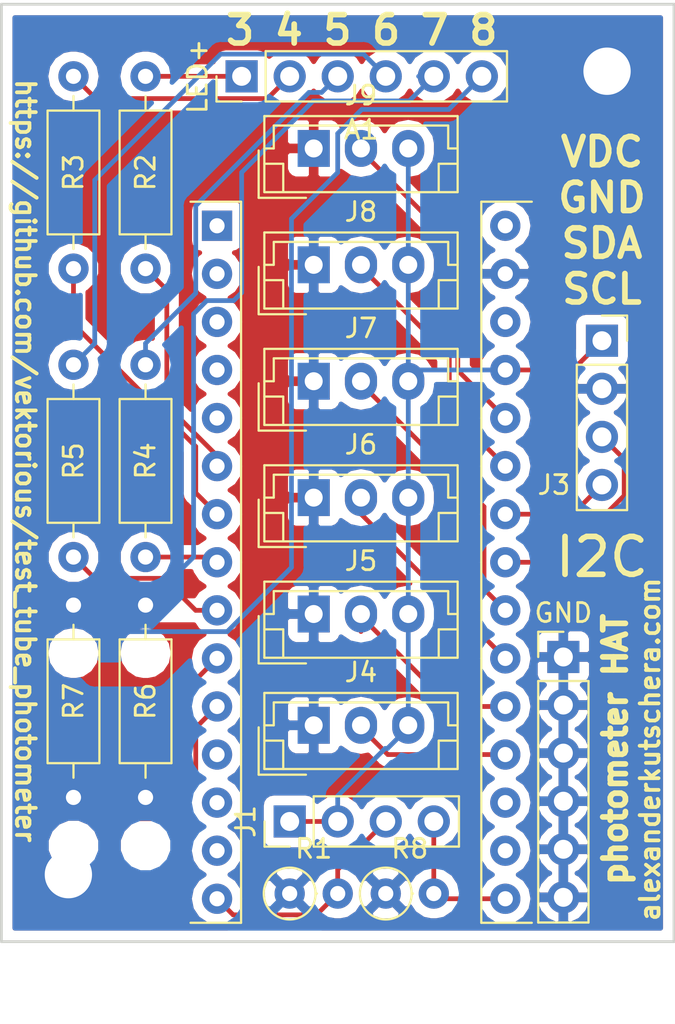
<source format=kicad_pcb>
(kicad_pcb (version 20171130) (host pcbnew "(5.0.0-3-g5ebb6b6)")

  (general
    (thickness 1.6)
    (drawings 10)
    (tracks 117)
    (zones 0)
    (modules 21)
    (nets 25)
  )

  (page A4)
  (layers
    (0 F.Cu signal)
    (31 B.Cu signal)
    (32 B.Adhes user)
    (33 F.Adhes user)
    (34 B.Paste user)
    (35 F.Paste user)
    (36 B.SilkS user)
    (37 F.SilkS user)
    (38 B.Mask user)
    (39 F.Mask user)
    (40 Dwgs.User user)
    (41 Cmts.User user)
    (42 Eco1.User user)
    (43 Eco2.User user)
    (44 Edge.Cuts user)
    (45 Margin user)
    (46 B.CrtYd user hide)
    (47 F.CrtYd user hide)
    (48 B.Fab user)
    (49 F.Fab user hide)
  )

  (setup
    (last_trace_width 0.25)
    (trace_clearance 0.2)
    (zone_clearance 0.508)
    (zone_45_only no)
    (trace_min 0.2)
    (segment_width 0.2)
    (edge_width 0.15)
    (via_size 0.8)
    (via_drill 0.4)
    (via_min_size 0.4)
    (via_min_drill 0.3)
    (uvia_size 0.3)
    (uvia_drill 0.1)
    (uvias_allowed no)
    (uvia_min_size 0.2)
    (uvia_min_drill 0.1)
    (pcb_text_width 0.3)
    (pcb_text_size 1.5 1.5)
    (mod_edge_width 0.15)
    (mod_text_size 1 1)
    (mod_text_width 0.15)
    (pad_size 1.524 1.524)
    (pad_drill 0.762)
    (pad_to_mask_clearance 0.2)
    (aux_axis_origin 0 0)
    (visible_elements FFFFEF7F)
    (pcbplotparams
      (layerselection 0x030ff_ffffffff)
      (usegerberextensions false)
      (usegerberattributes false)
      (usegerberadvancedattributes false)
      (creategerberjobfile false)
      (excludeedgelayer true)
      (linewidth 0.100000)
      (plotframeref false)
      (viasonmask false)
      (mode 1)
      (useauxorigin false)
      (hpglpennumber 1)
      (hpglpenspeed 20)
      (hpglpendiameter 15.000000)
      (psnegative false)
      (psa4output false)
      (plotreference true)
      (plotvalue true)
      (plotinvisibletext false)
      (padsonsilk false)
      (subtractmaskfromsilk false)
      (outputformat 1)
      (mirror false)
      (drillshape 0)
      (scaleselection 1)
      (outputdirectory "tt_nano_HAT_gerbers/"))
  )

  (net 0 "")
  (net 1 "Net-(A1-Pad19)")
  (net 2 "Net-(A1-Pad20)")
  (net 3 "Net-(A1-Pad21)")
  (net 4 "Net-(A1-Pad6)")
  (net 5 "Net-(A1-Pad22)")
  (net 6 "Net-(A1-Pad7)")
  (net 7 "Net-(A1-Pad23)")
  (net 8 "Net-(A1-Pad8)")
  (net 9 "Net-(A1-Pad24)")
  (net 10 "Net-(A1-Pad9)")
  (net 11 "Net-(A1-Pad25)")
  (net 12 "Net-(A1-Pad10)")
  (net 13 "Net-(A1-Pad26)")
  (net 14 "Net-(A1-Pad11)")
  (net 15 "Net-(A1-Pad27)")
  (net 16 "Net-(A1-Pad29)")
  (net 17 "Net-(A1-Pad15)")
  (net 18 "Net-(A1-Pad16)")
  (net 19 "Net-(J2-Pad1)")
  (net 20 "Net-(J2-Pad2)")
  (net 21 "Net-(J2-Pad3)")
  (net 22 "Net-(J2-Pad4)")
  (net 23 "Net-(J2-Pad5)")
  (net 24 "Net-(J2-Pad6)")

  (net_class Default "Dies ist die voreingestellte Netzklasse."
    (clearance 0.2)
    (trace_width 0.25)
    (via_dia 0.8)
    (via_drill 0.4)
    (uvia_dia 0.3)
    (uvia_drill 0.1)
    (add_net "Net-(A1-Pad10)")
    (add_net "Net-(A1-Pad11)")
    (add_net "Net-(A1-Pad15)")
    (add_net "Net-(A1-Pad16)")
    (add_net "Net-(A1-Pad19)")
    (add_net "Net-(A1-Pad20)")
    (add_net "Net-(A1-Pad21)")
    (add_net "Net-(A1-Pad22)")
    (add_net "Net-(A1-Pad23)")
    (add_net "Net-(A1-Pad24)")
    (add_net "Net-(A1-Pad25)")
    (add_net "Net-(A1-Pad26)")
    (add_net "Net-(A1-Pad27)")
    (add_net "Net-(A1-Pad29)")
    (add_net "Net-(A1-Pad6)")
    (add_net "Net-(A1-Pad7)")
    (add_net "Net-(A1-Pad8)")
    (add_net "Net-(A1-Pad9)")
    (add_net "Net-(J2-Pad1)")
    (add_net "Net-(J2-Pad2)")
    (add_net "Net-(J2-Pad3)")
    (add_net "Net-(J2-Pad4)")
    (add_net "Net-(J2-Pad5)")
    (add_net "Net-(J2-Pad6)")
  )

  (module MountingHole:MountingHole_2.5mm (layer F.Cu) (tedit 5C7EDEBA) (tstamp 5C8B2321)
    (at 154.67 87.9)
    (descr "Mounting Hole 2.5mm, no annular")
    (tags "mounting hole 2.5mm no annular")
    (attr virtual)
    (fp_text reference "" (at 0 -3.5) (layer F.SilkS)
      (effects (font (size 1 1) (thickness 0.15)))
    )
    (fp_text value MountingHole_2.5mm (at 0 3.5) (layer F.Fab)
      (effects (font (size 1 1) (thickness 0.15)))
    )
    (fp_text user %R (at 0.3 0) (layer F.Fab)
      (effects (font (size 1 1) (thickness 0.15)))
    )
    (fp_circle (center 0 0) (end 2.5 0) (layer Cmts.User) (width 0.15))
    (fp_circle (center 0 0) (end 2.75 0) (layer F.CrtYd) (width 0.05))
    (pad 1 np_thru_hole circle (at 0 0) (size 2.5 2.5) (drill 2.5) (layers *.Cu *.Mask))
  )

  (module Module:Arduino_Nano2 (layer F.Cu) (tedit 5BF973D9) (tstamp 5C05A1FC)
    (at 162.53 53.615001)
    (descr "Arduino Nano, http://www.mouser.com/pdfdocs/Gravitech_Arduino_Nano3_0.pdf")
    (tags "Arduino Nano")
    (path /5BEB4545)
    (fp_text reference A1 (at 7.62 -5.08) (layer F.SilkS)
      (effects (font (size 1 1) (thickness 0.15)))
    )
    (fp_text value Arduino_Nano_v3.x (at 8.89 19.05 90) (layer F.Fab)
      (effects (font (size 1 1) (thickness 0.15)))
    )
    (fp_text user %R (at 6.35 19.05 90) (layer F.Fab)
      (effects (font (size 1 1) (thickness 0.15)))
    )
    (fp_line (start 1.27 1.27) (end 1.27 -1.27) (layer F.SilkS) (width 0.12))
    (fp_line (start 1.27 -1.27) (end -1.4 -1.27) (layer F.SilkS) (width 0.12))
    (fp_line (start 13.97 -1.27) (end 16.64 -1.27) (layer F.SilkS) (width 0.12))
    (fp_line (start 13.97 -1.27) (end 13.97 36.83) (layer F.SilkS) (width 0.12))
    (fp_line (start 13.97 36.83) (end 16.64 36.83) (layer F.SilkS) (width 0.12))
    (fp_line (start 1.27 1.27) (end 1.27 36.83) (layer F.SilkS) (width 0.12))
    (fp_line (start 1.27 36.83) (end -1.4 36.83) (layer F.SilkS) (width 0.12))
    (fp_line (start 3.81 31.75) (end 11.43 31.75) (layer F.Fab) (width 0.1))
    (fp_line (start 11.43 31.75) (end 11.43 41.91) (layer F.Fab) (width 0.1))
    (fp_line (start 11.43 41.91) (end 3.81 41.91) (layer F.Fab) (width 0.1))
    (fp_line (start 3.81 41.91) (end 3.81 31.75) (layer F.Fab) (width 0.1))
    (fp_line (start 16.51 39.37) (end -1.27 39.37) (layer F.Fab) (width 0.1))
    (fp_line (start -1.27 39.37) (end -1.27 -2.54) (layer F.Fab) (width 0.1))
    (fp_line (start -1.27 -2.54) (end 0 -3.81) (layer F.Fab) (width 0.1))
    (fp_line (start 0 -3.81) (end 16.51 -3.81) (layer F.Fab) (width 0.1))
    (fp_line (start 16.51 -3.81) (end 16.51 39.37) (layer F.Fab) (width 0.1))
    (fp_line (start -1.53 -4.06) (end 16.75 -4.06) (layer F.CrtYd) (width 0.05))
    (fp_line (start -1.53 -4.06) (end -1.53 42.16) (layer F.CrtYd) (width 0.05))
    (fp_line (start 16.75 42.16) (end 16.75 -4.06) (layer F.CrtYd) (width 0.05))
    (fp_line (start 16.75 42.16) (end -1.53 42.16) (layer F.CrtYd) (width 0.05))
    (pad 1 thru_hole rect (at 0 0) (size 1.6 1.6) (drill 0.8) (layers *.Cu *.Mask))
    (pad 17 thru_hole oval (at 15.24 33.02) (size 1.6 1.6) (drill 0.8) (layers *.Cu *.Mask))
    (pad 2 thru_hole oval (at 0 2.54) (size 1.6 1.6) (drill 0.8) (layers *.Cu *.Mask))
    (pad 18 thru_hole oval (at 15.24 30.48) (size 1.6 1.6) (drill 0.8) (layers *.Cu *.Mask))
    (pad 3 thru_hole oval (at 0 5.08) (size 1.6 1.6) (drill 0.8) (layers *.Cu *.Mask))
    (pad 19 thru_hole oval (at 15.24 27.94) (size 1.6 1.6) (drill 0.8) (layers *.Cu *.Mask)
      (net 1 "Net-(A1-Pad19)"))
    (pad 4 thru_hole oval (at 0 7.62) (size 1.6 1.6) (drill 0.8) (layers *.Cu *.Mask))
    (pad 20 thru_hole oval (at 15.24 25.4) (size 1.6 1.6) (drill 0.8) (layers *.Cu *.Mask)
      (net 2 "Net-(A1-Pad20)"))
    (pad 5 thru_hole oval (at 0 10.16) (size 1.6 1.6) (drill 0.8) (layers *.Cu *.Mask))
    (pad 21 thru_hole oval (at 15.24 22.86) (size 1.6 1.6) (drill 0.8) (layers *.Cu *.Mask)
      (net 3 "Net-(A1-Pad21)"))
    (pad 6 thru_hole oval (at 0 12.7) (size 1.6 1.6) (drill 0.8) (layers *.Cu *.Mask)
      (net 4 "Net-(A1-Pad6)"))
    (pad 22 thru_hole oval (at 15.24 20.32) (size 1.6 1.6) (drill 0.8) (layers *.Cu *.Mask)
      (net 5 "Net-(A1-Pad22)"))
    (pad 7 thru_hole oval (at 0 15.24) (size 1.6 1.6) (drill 0.8) (layers *.Cu *.Mask)
      (net 6 "Net-(A1-Pad7)"))
    (pad 23 thru_hole oval (at 15.24 17.78) (size 1.6 1.6) (drill 0.8) (layers *.Cu *.Mask)
      (net 7 "Net-(A1-Pad23)"))
    (pad 8 thru_hole oval (at 0 17.78) (size 1.6 1.6) (drill 0.8) (layers *.Cu *.Mask)
      (net 8 "Net-(A1-Pad8)"))
    (pad 24 thru_hole oval (at 15.24 15.24) (size 1.6 1.6) (drill 0.8) (layers *.Cu *.Mask)
      (net 9 "Net-(A1-Pad24)"))
    (pad 9 thru_hole oval (at 0 20.32) (size 1.6 1.6) (drill 0.8) (layers *.Cu *.Mask)
      (net 10 "Net-(A1-Pad9)"))
    (pad 25 thru_hole oval (at 15.24 12.7) (size 1.6 1.6) (drill 0.8) (layers *.Cu *.Mask)
      (net 11 "Net-(A1-Pad25)"))
    (pad 10 thru_hole oval (at 0 22.86) (size 1.6 1.6) (drill 0.8) (layers *.Cu *.Mask)
      (net 12 "Net-(A1-Pad10)"))
    (pad 26 thru_hole oval (at 15.24 10.16) (size 1.6 1.6) (drill 0.8) (layers *.Cu *.Mask)
      (net 13 "Net-(A1-Pad26)"))
    (pad 11 thru_hole oval (at 0 25.4) (size 1.6 1.6) (drill 0.8) (layers *.Cu *.Mask)
      (net 14 "Net-(A1-Pad11)"))
    (pad 27 thru_hole oval (at 15.24 7.62) (size 1.6 1.6) (drill 0.8) (layers *.Cu *.Mask)
      (net 15 "Net-(A1-Pad27)"))
    (pad 12 thru_hole oval (at 0 27.94) (size 1.6 1.6) (drill 0.8) (layers *.Cu *.Mask))
    (pad 28 thru_hole oval (at 15.24 5.08) (size 1.6 1.6) (drill 0.8) (layers *.Cu *.Mask))
    (pad 13 thru_hole oval (at 0 30.48) (size 1.6 1.6) (drill 0.8) (layers *.Cu *.Mask))
    (pad 29 thru_hole oval (at 15.24 2.54) (size 1.6 1.6) (drill 0.8) (layers *.Cu *.Mask)
      (net 16 "Net-(A1-Pad29)"))
    (pad 14 thru_hole oval (at 0 33.02) (size 1.6 1.6) (drill 0.8) (layers *.Cu *.Mask))
    (pad 30 thru_hole oval (at 15.24 0) (size 1.6 1.6) (drill 0.8) (layers *.Cu *.Mask))
    (pad 15 thru_hole oval (at 0 35.56) (size 1.6 1.6) (drill 0.8) (layers *.Cu *.Mask)
      (net 17 "Net-(A1-Pad15)"))
    (pad 16 thru_hole oval (at 15.24 35.56) (size 1.6 1.6) (drill 0.8) (layers *.Cu *.Mask)
      (net 18 "Net-(A1-Pad16)"))
    (model ${KISYS3DMOD}/Module.3dshapes/Arduino_Nano_WithMountingHoles.wrl
      (at (xyz 0 0 0))
      (scale (xyz 1 1 1))
      (rotate (xyz 0 0 0))
    )
  )

  (module Connector_PinHeader_2.54mm:PinHeader_1x06_P2.54mm_Vertical (layer F.Cu) (tedit 5C7856B0) (tstamp 5C05A216)
    (at 163.83 45.72 90)
    (descr "Through hole straight pin header, 1x06, 2.54mm pitch, single row")
    (tags "Through hole pin header THT 1x06 2.54mm single row")
    (path /5BF6C44D)
    (fp_text reference LED+ (at 0 -2.33 90) (layer F.SilkS)
      (effects (font (size 1 1) (thickness 0.15)))
    )
    (fp_text value Conn_01x06_Male (at 0 15.03 90) (layer F.Fab)
      (effects (font (size 1 1) (thickness 0.15)))
    )
    (fp_line (start -0.635 -1.27) (end 1.27 -1.27) (layer F.Fab) (width 0.1))
    (fp_line (start 1.27 -1.27) (end 1.27 13.97) (layer F.Fab) (width 0.1))
    (fp_line (start 1.27 13.97) (end -1.27 13.97) (layer F.Fab) (width 0.1))
    (fp_line (start -1.27 13.97) (end -1.27 -0.635) (layer F.Fab) (width 0.1))
    (fp_line (start -1.27 -0.635) (end -0.635 -1.27) (layer F.Fab) (width 0.1))
    (fp_line (start -1.33 14.03) (end 1.33 14.03) (layer F.SilkS) (width 0.12))
    (fp_line (start -1.33 1.27) (end -1.33 14.03) (layer F.SilkS) (width 0.12))
    (fp_line (start 1.33 1.27) (end 1.33 14.03) (layer F.SilkS) (width 0.12))
    (fp_line (start -1.33 1.27) (end 1.33 1.27) (layer F.SilkS) (width 0.12))
    (fp_line (start -1.33 0) (end -1.33 -1.33) (layer F.SilkS) (width 0.12))
    (fp_line (start -1.33 -1.33) (end 0 -1.33) (layer F.SilkS) (width 0.12))
    (fp_line (start -1.8 -1.8) (end -1.8 14.5) (layer F.CrtYd) (width 0.05))
    (fp_line (start -1.8 14.5) (end 1.8 14.5) (layer F.CrtYd) (width 0.05))
    (fp_line (start 1.8 14.5) (end 1.8 -1.8) (layer F.CrtYd) (width 0.05))
    (fp_line (start 1.8 -1.8) (end -1.8 -1.8) (layer F.CrtYd) (width 0.05))
    (fp_text user %R (at 0 6.35 180) (layer F.Fab)
      (effects (font (size 1 1) (thickness 0.15)))
    )
    (pad 1 thru_hole rect (at 0 0 90) (size 1.7 1.7) (drill 1) (layers *.Cu *.Mask)
      (net 19 "Net-(J2-Pad1)"))
    (pad 2 thru_hole oval (at 0 2.54 90) (size 1.7 1.7) (drill 1) (layers *.Cu *.Mask)
      (net 20 "Net-(J2-Pad2)"))
    (pad 3 thru_hole oval (at 0 5.08 90) (size 1.7 1.7) (drill 1) (layers *.Cu *.Mask)
      (net 21 "Net-(J2-Pad3)"))
    (pad 4 thru_hole oval (at 0 7.62 90) (size 1.7 1.7) (drill 1) (layers *.Cu *.Mask)
      (net 22 "Net-(J2-Pad4)"))
    (pad 5 thru_hole oval (at 0 10.16 90) (size 1.7 1.7) (drill 1) (layers *.Cu *.Mask)
      (net 23 "Net-(J2-Pad5)"))
    (pad 6 thru_hole oval (at 0 12.7 90) (size 1.7 1.7) (drill 1) (layers *.Cu *.Mask)
      (net 24 "Net-(J2-Pad6)"))
    (model ${KISYS3DMOD}/Connector_PinHeader_2.54mm.3dshapes/PinHeader_1x06_P2.54mm_Vertical.wrl
      (at (xyz 0 0 0))
      (scale (xyz 1 1 1))
      (rotate (xyz 0 0 0))
    )
  )

  (module Connector_PinSocket_2.54mm:PinSocket_1x04_P2.54mm_Vertical (layer F.Cu) (tedit 5C785760) (tstamp 5C05A22E)
    (at 182.88 59.69)
    (descr "Through hole straight socket strip, 1x04, 2.54mm pitch, single row (from Kicad 4.0.7), script generated")
    (tags "Through hole socket strip THT 1x04 2.54mm single row")
    (path /5BF65B72)
    (fp_text reference J3 (at -2.54 7.62) (layer F.SilkS)
      (effects (font (size 1 1) (thickness 0.15)))
    )
    (fp_text value Conn_01x04_Female (at 0 10.39) (layer F.Fab)
      (effects (font (size 1 1) (thickness 0.15)))
    )
    (fp_line (start -1.27 -1.27) (end 0.635 -1.27) (layer F.Fab) (width 0.1))
    (fp_line (start 0.635 -1.27) (end 1.27 -0.635) (layer F.Fab) (width 0.1))
    (fp_line (start 1.27 -0.635) (end 1.27 8.89) (layer F.Fab) (width 0.1))
    (fp_line (start 1.27 8.89) (end -1.27 8.89) (layer F.Fab) (width 0.1))
    (fp_line (start -1.27 8.89) (end -1.27 -1.27) (layer F.Fab) (width 0.1))
    (fp_line (start -1.33 1.27) (end 1.33 1.27) (layer F.SilkS) (width 0.12))
    (fp_line (start -1.33 1.27) (end -1.33 8.95) (layer F.SilkS) (width 0.12))
    (fp_line (start -1.33 8.95) (end 1.33 8.95) (layer F.SilkS) (width 0.12))
    (fp_line (start 1.33 1.27) (end 1.33 8.95) (layer F.SilkS) (width 0.12))
    (fp_line (start 1.33 -1.33) (end 1.33 0) (layer F.SilkS) (width 0.12))
    (fp_line (start 0 -1.33) (end 1.33 -1.33) (layer F.SilkS) (width 0.12))
    (fp_line (start -1.8 -1.8) (end 1.75 -1.8) (layer F.CrtYd) (width 0.05))
    (fp_line (start 1.75 -1.8) (end 1.75 9.4) (layer F.CrtYd) (width 0.05))
    (fp_line (start 1.75 9.4) (end -1.8 9.4) (layer F.CrtYd) (width 0.05))
    (fp_line (start -1.8 9.4) (end -1.8 -1.8) (layer F.CrtYd) (width 0.05))
    (fp_text user %R (at 0 3.81 90) (layer F.Fab)
      (effects (font (size 1 1) (thickness 0.15)))
    )
    (pad 1 thru_hole rect (at 0 0) (size 1.7 1.7) (drill 1) (layers *.Cu *.Mask)
      (net 15 "Net-(A1-Pad27)"))
    (pad 2 thru_hole oval (at 0 2.54) (size 1.7 1.7) (drill 1) (layers *.Cu *.Mask)
      (net 16 "Net-(A1-Pad29)"))
    (pad 3 thru_hole oval (at 0 5.08) (size 1.7 1.7) (drill 1) (layers *.Cu *.Mask)
      (net 7 "Net-(A1-Pad23)"))
    (pad 4 thru_hole oval (at 0 7.62) (size 1.7 1.7) (drill 1) (layers *.Cu *.Mask)
      (net 9 "Net-(A1-Pad24)"))
    (model ${KISYS3DMOD}/Connector_PinSocket_2.54mm.3dshapes/PinSocket_1x04_P2.54mm_Vertical.wrl
      (at (xyz 0 0 0))
      (scale (xyz 1 1 1))
      (rotate (xyz 0 0 0))
    )
  )

  (module Connector_JST:JST_EH_B03B-EH-A_1x03_P2.50mm_Vertical (layer F.Cu) (tedit 5A0EB040) (tstamp 5C05A24F)
    (at 167.64 80.01)
    (descr "JST EH series connector, B03B-EH-A (http://www.jst-mfg.com/product/pdf/eng/eEH.pdf), generated with kicad-footprint-generator")
    (tags "connector JST EH side entry")
    (path /5BF5C584)
    (fp_text reference J4 (at 2.5 -2.8) (layer F.SilkS)
      (effects (font (size 1 1) (thickness 0.15)))
    )
    (fp_text value Conn_01x03_Male (at 2.5 3.4) (layer F.Fab)
      (effects (font (size 1 1) (thickness 0.15)))
    )
    (fp_text user %R (at 2.5 1.5) (layer F.Fab)
      (effects (font (size 1 1) (thickness 0.15)))
    )
    (fp_line (start -2.91 2.61) (end -0.41 2.61) (layer F.Fab) (width 0.1))
    (fp_line (start -2.91 0.11) (end -2.91 2.61) (layer F.Fab) (width 0.1))
    (fp_line (start -2.91 2.61) (end -0.41 2.61) (layer F.SilkS) (width 0.12))
    (fp_line (start -2.91 0.11) (end -2.91 2.61) (layer F.SilkS) (width 0.12))
    (fp_line (start 6.61 0.81) (end 6.61 2.31) (layer F.SilkS) (width 0.12))
    (fp_line (start 7.61 0.81) (end 6.61 0.81) (layer F.SilkS) (width 0.12))
    (fp_line (start -1.61 0.81) (end -1.61 2.31) (layer F.SilkS) (width 0.12))
    (fp_line (start -2.61 0.81) (end -1.61 0.81) (layer F.SilkS) (width 0.12))
    (fp_line (start 7.11 0) (end 7.61 0) (layer F.SilkS) (width 0.12))
    (fp_line (start 7.11 -1.21) (end 7.11 0) (layer F.SilkS) (width 0.12))
    (fp_line (start -2.11 -1.21) (end 7.11 -1.21) (layer F.SilkS) (width 0.12))
    (fp_line (start -2.11 0) (end -2.11 -1.21) (layer F.SilkS) (width 0.12))
    (fp_line (start -2.61 0) (end -2.11 0) (layer F.SilkS) (width 0.12))
    (fp_line (start 7.61 -1.71) (end -2.61 -1.71) (layer F.SilkS) (width 0.12))
    (fp_line (start 7.61 2.31) (end 7.61 -1.71) (layer F.SilkS) (width 0.12))
    (fp_line (start -2.61 2.31) (end 7.61 2.31) (layer F.SilkS) (width 0.12))
    (fp_line (start -2.61 -1.71) (end -2.61 2.31) (layer F.SilkS) (width 0.12))
    (fp_line (start 8 -2.1) (end -3 -2.1) (layer F.CrtYd) (width 0.05))
    (fp_line (start 8 2.7) (end 8 -2.1) (layer F.CrtYd) (width 0.05))
    (fp_line (start -3 2.7) (end 8 2.7) (layer F.CrtYd) (width 0.05))
    (fp_line (start -3 -2.1) (end -3 2.7) (layer F.CrtYd) (width 0.05))
    (fp_line (start 7.5 -1.6) (end -2.5 -1.6) (layer F.Fab) (width 0.1))
    (fp_line (start 7.5 2.2) (end 7.5 -1.6) (layer F.Fab) (width 0.1))
    (fp_line (start -2.5 2.2) (end 7.5 2.2) (layer F.Fab) (width 0.1))
    (fp_line (start -2.5 -1.6) (end -2.5 2.2) (layer F.Fab) (width 0.1))
    (pad 3 thru_hole oval (at 5 0) (size 1.7 1.95) (drill 0.95) (layers *.Cu *.Mask)
      (net 15 "Net-(A1-Pad27)"))
    (pad 2 thru_hole oval (at 2.5 0) (size 1.7 1.95) (drill 0.95) (layers *.Cu *.Mask)
      (net 1 "Net-(A1-Pad19)"))
    (pad 1 thru_hole rect (at 0 0) (size 1.7 1.95) (drill 0.95) (layers *.Cu *.Mask)
      (net 16 "Net-(A1-Pad29)"))
    (model ${KISYS3DMOD}/Connector_JST.3dshapes/JST_EH_B03B-EH-A_1x03_P2.50mm_Vertical.wrl
      (at (xyz 0 0 0))
      (scale (xyz 1 1 1))
      (rotate (xyz 0 0 0))
    )
  )

  (module Connector_JST:JST_EH_B03B-EH-A_1x03_P2.50mm_Vertical (layer F.Cu) (tedit 5A0EB040) (tstamp 5C05A270)
    (at 167.64 74.13)
    (descr "JST EH series connector, B03B-EH-A (http://www.jst-mfg.com/product/pdf/eng/eEH.pdf), generated with kicad-footprint-generator")
    (tags "connector JST EH side entry")
    (path /5BF5C540)
    (fp_text reference J5 (at 2.5 -2.8) (layer F.SilkS)
      (effects (font (size 1 1) (thickness 0.15)))
    )
    (fp_text value Conn_01x03_Male (at 2.5 3.4) (layer F.Fab)
      (effects (font (size 1 1) (thickness 0.15)))
    )
    (fp_line (start -2.5 -1.6) (end -2.5 2.2) (layer F.Fab) (width 0.1))
    (fp_line (start -2.5 2.2) (end 7.5 2.2) (layer F.Fab) (width 0.1))
    (fp_line (start 7.5 2.2) (end 7.5 -1.6) (layer F.Fab) (width 0.1))
    (fp_line (start 7.5 -1.6) (end -2.5 -1.6) (layer F.Fab) (width 0.1))
    (fp_line (start -3 -2.1) (end -3 2.7) (layer F.CrtYd) (width 0.05))
    (fp_line (start -3 2.7) (end 8 2.7) (layer F.CrtYd) (width 0.05))
    (fp_line (start 8 2.7) (end 8 -2.1) (layer F.CrtYd) (width 0.05))
    (fp_line (start 8 -2.1) (end -3 -2.1) (layer F.CrtYd) (width 0.05))
    (fp_line (start -2.61 -1.71) (end -2.61 2.31) (layer F.SilkS) (width 0.12))
    (fp_line (start -2.61 2.31) (end 7.61 2.31) (layer F.SilkS) (width 0.12))
    (fp_line (start 7.61 2.31) (end 7.61 -1.71) (layer F.SilkS) (width 0.12))
    (fp_line (start 7.61 -1.71) (end -2.61 -1.71) (layer F.SilkS) (width 0.12))
    (fp_line (start -2.61 0) (end -2.11 0) (layer F.SilkS) (width 0.12))
    (fp_line (start -2.11 0) (end -2.11 -1.21) (layer F.SilkS) (width 0.12))
    (fp_line (start -2.11 -1.21) (end 7.11 -1.21) (layer F.SilkS) (width 0.12))
    (fp_line (start 7.11 -1.21) (end 7.11 0) (layer F.SilkS) (width 0.12))
    (fp_line (start 7.11 0) (end 7.61 0) (layer F.SilkS) (width 0.12))
    (fp_line (start -2.61 0.81) (end -1.61 0.81) (layer F.SilkS) (width 0.12))
    (fp_line (start -1.61 0.81) (end -1.61 2.31) (layer F.SilkS) (width 0.12))
    (fp_line (start 7.61 0.81) (end 6.61 0.81) (layer F.SilkS) (width 0.12))
    (fp_line (start 6.61 0.81) (end 6.61 2.31) (layer F.SilkS) (width 0.12))
    (fp_line (start -2.91 0.11) (end -2.91 2.61) (layer F.SilkS) (width 0.12))
    (fp_line (start -2.91 2.61) (end -0.41 2.61) (layer F.SilkS) (width 0.12))
    (fp_line (start -2.91 0.11) (end -2.91 2.61) (layer F.Fab) (width 0.1))
    (fp_line (start -2.91 2.61) (end -0.41 2.61) (layer F.Fab) (width 0.1))
    (fp_text user %R (at 2.5 1.5) (layer F.Fab)
      (effects (font (size 1 1) (thickness 0.15)))
    )
    (pad 1 thru_hole rect (at 0 0) (size 1.7 1.95) (drill 0.95) (layers *.Cu *.Mask)
      (net 16 "Net-(A1-Pad29)"))
    (pad 2 thru_hole oval (at 2.5 0) (size 1.7 1.95) (drill 0.95) (layers *.Cu *.Mask)
      (net 2 "Net-(A1-Pad20)"))
    (pad 3 thru_hole oval (at 5 0) (size 1.7 1.95) (drill 0.95) (layers *.Cu *.Mask)
      (net 15 "Net-(A1-Pad27)"))
    (model ${KISYS3DMOD}/Connector_JST.3dshapes/JST_EH_B03B-EH-A_1x03_P2.50mm_Vertical.wrl
      (at (xyz 0 0 0))
      (scale (xyz 1 1 1))
      (rotate (xyz 0 0 0))
    )
  )

  (module Connector_JST:JST_EH_B03B-EH-A_1x03_P2.50mm_Vertical (layer F.Cu) (tedit 5A0EB040) (tstamp 5C05A291)
    (at 167.64 67.98)
    (descr "JST EH series connector, B03B-EH-A (http://www.jst-mfg.com/product/pdf/eng/eEH.pdf), generated with kicad-footprint-generator")
    (tags "connector JST EH side entry")
    (path /5BF5C510)
    (fp_text reference J6 (at 2.5 -2.8) (layer F.SilkS)
      (effects (font (size 1 1) (thickness 0.15)))
    )
    (fp_text value Conn_01x03_Male (at 2.5 3.4) (layer F.Fab)
      (effects (font (size 1 1) (thickness 0.15)))
    )
    (fp_text user %R (at 2.5 1.5) (layer F.Fab)
      (effects (font (size 1 1) (thickness 0.15)))
    )
    (fp_line (start -2.91 2.61) (end -0.41 2.61) (layer F.Fab) (width 0.1))
    (fp_line (start -2.91 0.11) (end -2.91 2.61) (layer F.Fab) (width 0.1))
    (fp_line (start -2.91 2.61) (end -0.41 2.61) (layer F.SilkS) (width 0.12))
    (fp_line (start -2.91 0.11) (end -2.91 2.61) (layer F.SilkS) (width 0.12))
    (fp_line (start 6.61 0.81) (end 6.61 2.31) (layer F.SilkS) (width 0.12))
    (fp_line (start 7.61 0.81) (end 6.61 0.81) (layer F.SilkS) (width 0.12))
    (fp_line (start -1.61 0.81) (end -1.61 2.31) (layer F.SilkS) (width 0.12))
    (fp_line (start -2.61 0.81) (end -1.61 0.81) (layer F.SilkS) (width 0.12))
    (fp_line (start 7.11 0) (end 7.61 0) (layer F.SilkS) (width 0.12))
    (fp_line (start 7.11 -1.21) (end 7.11 0) (layer F.SilkS) (width 0.12))
    (fp_line (start -2.11 -1.21) (end 7.11 -1.21) (layer F.SilkS) (width 0.12))
    (fp_line (start -2.11 0) (end -2.11 -1.21) (layer F.SilkS) (width 0.12))
    (fp_line (start -2.61 0) (end -2.11 0) (layer F.SilkS) (width 0.12))
    (fp_line (start 7.61 -1.71) (end -2.61 -1.71) (layer F.SilkS) (width 0.12))
    (fp_line (start 7.61 2.31) (end 7.61 -1.71) (layer F.SilkS) (width 0.12))
    (fp_line (start -2.61 2.31) (end 7.61 2.31) (layer F.SilkS) (width 0.12))
    (fp_line (start -2.61 -1.71) (end -2.61 2.31) (layer F.SilkS) (width 0.12))
    (fp_line (start 8 -2.1) (end -3 -2.1) (layer F.CrtYd) (width 0.05))
    (fp_line (start 8 2.7) (end 8 -2.1) (layer F.CrtYd) (width 0.05))
    (fp_line (start -3 2.7) (end 8 2.7) (layer F.CrtYd) (width 0.05))
    (fp_line (start -3 -2.1) (end -3 2.7) (layer F.CrtYd) (width 0.05))
    (fp_line (start 7.5 -1.6) (end -2.5 -1.6) (layer F.Fab) (width 0.1))
    (fp_line (start 7.5 2.2) (end 7.5 -1.6) (layer F.Fab) (width 0.1))
    (fp_line (start -2.5 2.2) (end 7.5 2.2) (layer F.Fab) (width 0.1))
    (fp_line (start -2.5 -1.6) (end -2.5 2.2) (layer F.Fab) (width 0.1))
    (pad 3 thru_hole oval (at 5 0) (size 1.7 1.95) (drill 0.95) (layers *.Cu *.Mask)
      (net 15 "Net-(A1-Pad27)"))
    (pad 2 thru_hole oval (at 2.5 0) (size 1.7 1.95) (drill 0.95) (layers *.Cu *.Mask)
      (net 3 "Net-(A1-Pad21)"))
    (pad 1 thru_hole rect (at 0 0) (size 1.7 1.95) (drill 0.95) (layers *.Cu *.Mask)
      (net 16 "Net-(A1-Pad29)"))
    (model ${KISYS3DMOD}/Connector_JST.3dshapes/JST_EH_B03B-EH-A_1x03_P2.50mm_Vertical.wrl
      (at (xyz 0 0 0))
      (scale (xyz 1 1 1))
      (rotate (xyz 0 0 0))
    )
  )

  (module Connector_JST:JST_EH_B03B-EH-A_1x03_P2.50mm_Vertical (layer F.Cu) (tedit 5A0EB040) (tstamp 5C05A2B2)
    (at 167.64 61.83)
    (descr "JST EH series connector, B03B-EH-A (http://www.jst-mfg.com/product/pdf/eng/eEH.pdf), generated with kicad-footprint-generator")
    (tags "connector JST EH side entry")
    (path /5BF5C4E4)
    (fp_text reference J7 (at 2.5 -2.8) (layer F.SilkS)
      (effects (font (size 1 1) (thickness 0.15)))
    )
    (fp_text value Conn_01x03_Male (at 2.5 3.4) (layer F.Fab)
      (effects (font (size 1 1) (thickness 0.15)))
    )
    (fp_line (start -2.5 -1.6) (end -2.5 2.2) (layer F.Fab) (width 0.1))
    (fp_line (start -2.5 2.2) (end 7.5 2.2) (layer F.Fab) (width 0.1))
    (fp_line (start 7.5 2.2) (end 7.5 -1.6) (layer F.Fab) (width 0.1))
    (fp_line (start 7.5 -1.6) (end -2.5 -1.6) (layer F.Fab) (width 0.1))
    (fp_line (start -3 -2.1) (end -3 2.7) (layer F.CrtYd) (width 0.05))
    (fp_line (start -3 2.7) (end 8 2.7) (layer F.CrtYd) (width 0.05))
    (fp_line (start 8 2.7) (end 8 -2.1) (layer F.CrtYd) (width 0.05))
    (fp_line (start 8 -2.1) (end -3 -2.1) (layer F.CrtYd) (width 0.05))
    (fp_line (start -2.61 -1.71) (end -2.61 2.31) (layer F.SilkS) (width 0.12))
    (fp_line (start -2.61 2.31) (end 7.61 2.31) (layer F.SilkS) (width 0.12))
    (fp_line (start 7.61 2.31) (end 7.61 -1.71) (layer F.SilkS) (width 0.12))
    (fp_line (start 7.61 -1.71) (end -2.61 -1.71) (layer F.SilkS) (width 0.12))
    (fp_line (start -2.61 0) (end -2.11 0) (layer F.SilkS) (width 0.12))
    (fp_line (start -2.11 0) (end -2.11 -1.21) (layer F.SilkS) (width 0.12))
    (fp_line (start -2.11 -1.21) (end 7.11 -1.21) (layer F.SilkS) (width 0.12))
    (fp_line (start 7.11 -1.21) (end 7.11 0) (layer F.SilkS) (width 0.12))
    (fp_line (start 7.11 0) (end 7.61 0) (layer F.SilkS) (width 0.12))
    (fp_line (start -2.61 0.81) (end -1.61 0.81) (layer F.SilkS) (width 0.12))
    (fp_line (start -1.61 0.81) (end -1.61 2.31) (layer F.SilkS) (width 0.12))
    (fp_line (start 7.61 0.81) (end 6.61 0.81) (layer F.SilkS) (width 0.12))
    (fp_line (start 6.61 0.81) (end 6.61 2.31) (layer F.SilkS) (width 0.12))
    (fp_line (start -2.91 0.11) (end -2.91 2.61) (layer F.SilkS) (width 0.12))
    (fp_line (start -2.91 2.61) (end -0.41 2.61) (layer F.SilkS) (width 0.12))
    (fp_line (start -2.91 0.11) (end -2.91 2.61) (layer F.Fab) (width 0.1))
    (fp_line (start -2.91 2.61) (end -0.41 2.61) (layer F.Fab) (width 0.1))
    (fp_text user %R (at 2.5 1.5) (layer F.Fab)
      (effects (font (size 1 1) (thickness 0.15)))
    )
    (pad 1 thru_hole rect (at 0 0) (size 1.7 1.95) (drill 0.95) (layers *.Cu *.Mask)
      (net 16 "Net-(A1-Pad29)"))
    (pad 2 thru_hole oval (at 2.5 0) (size 1.7 1.95) (drill 0.95) (layers *.Cu *.Mask)
      (net 5 "Net-(A1-Pad22)"))
    (pad 3 thru_hole oval (at 5 0) (size 1.7 1.95) (drill 0.95) (layers *.Cu *.Mask)
      (net 15 "Net-(A1-Pad27)"))
    (model ${KISYS3DMOD}/Connector_JST.3dshapes/JST_EH_B03B-EH-A_1x03_P2.50mm_Vertical.wrl
      (at (xyz 0 0 0))
      (scale (xyz 1 1 1))
      (rotate (xyz 0 0 0))
    )
  )

  (module Connector_JST:JST_EH_B03B-EH-A_1x03_P2.50mm_Vertical (layer F.Cu) (tedit 5A0EB040) (tstamp 5C05A2D3)
    (at 167.64 55.68)
    (descr "JST EH series connector, B03B-EH-A (http://www.jst-mfg.com/product/pdf/eng/eEH.pdf), generated with kicad-footprint-generator")
    (tags "connector JST EH side entry")
    (path /5BF5C4B0)
    (fp_text reference J8 (at 2.5 -2.8) (layer F.SilkS)
      (effects (font (size 1 1) (thickness 0.15)))
    )
    (fp_text value Conn_01x03_Male (at 2.5 3.4) (layer F.Fab)
      (effects (font (size 1 1) (thickness 0.15)))
    )
    (fp_text user %R (at 2.5 1.5) (layer F.Fab)
      (effects (font (size 1 1) (thickness 0.15)))
    )
    (fp_line (start -2.91 2.61) (end -0.41 2.61) (layer F.Fab) (width 0.1))
    (fp_line (start -2.91 0.11) (end -2.91 2.61) (layer F.Fab) (width 0.1))
    (fp_line (start -2.91 2.61) (end -0.41 2.61) (layer F.SilkS) (width 0.12))
    (fp_line (start -2.91 0.11) (end -2.91 2.61) (layer F.SilkS) (width 0.12))
    (fp_line (start 6.61 0.81) (end 6.61 2.31) (layer F.SilkS) (width 0.12))
    (fp_line (start 7.61 0.81) (end 6.61 0.81) (layer F.SilkS) (width 0.12))
    (fp_line (start -1.61 0.81) (end -1.61 2.31) (layer F.SilkS) (width 0.12))
    (fp_line (start -2.61 0.81) (end -1.61 0.81) (layer F.SilkS) (width 0.12))
    (fp_line (start 7.11 0) (end 7.61 0) (layer F.SilkS) (width 0.12))
    (fp_line (start 7.11 -1.21) (end 7.11 0) (layer F.SilkS) (width 0.12))
    (fp_line (start -2.11 -1.21) (end 7.11 -1.21) (layer F.SilkS) (width 0.12))
    (fp_line (start -2.11 0) (end -2.11 -1.21) (layer F.SilkS) (width 0.12))
    (fp_line (start -2.61 0) (end -2.11 0) (layer F.SilkS) (width 0.12))
    (fp_line (start 7.61 -1.71) (end -2.61 -1.71) (layer F.SilkS) (width 0.12))
    (fp_line (start 7.61 2.31) (end 7.61 -1.71) (layer F.SilkS) (width 0.12))
    (fp_line (start -2.61 2.31) (end 7.61 2.31) (layer F.SilkS) (width 0.12))
    (fp_line (start -2.61 -1.71) (end -2.61 2.31) (layer F.SilkS) (width 0.12))
    (fp_line (start 8 -2.1) (end -3 -2.1) (layer F.CrtYd) (width 0.05))
    (fp_line (start 8 2.7) (end 8 -2.1) (layer F.CrtYd) (width 0.05))
    (fp_line (start -3 2.7) (end 8 2.7) (layer F.CrtYd) (width 0.05))
    (fp_line (start -3 -2.1) (end -3 2.7) (layer F.CrtYd) (width 0.05))
    (fp_line (start 7.5 -1.6) (end -2.5 -1.6) (layer F.Fab) (width 0.1))
    (fp_line (start 7.5 2.2) (end 7.5 -1.6) (layer F.Fab) (width 0.1))
    (fp_line (start -2.5 2.2) (end 7.5 2.2) (layer F.Fab) (width 0.1))
    (fp_line (start -2.5 -1.6) (end -2.5 2.2) (layer F.Fab) (width 0.1))
    (pad 3 thru_hole oval (at 5 0) (size 1.7 1.95) (drill 0.95) (layers *.Cu *.Mask)
      (net 15 "Net-(A1-Pad27)"))
    (pad 2 thru_hole oval (at 2.5 0) (size 1.7 1.95) (drill 0.95) (layers *.Cu *.Mask)
      (net 11 "Net-(A1-Pad25)"))
    (pad 1 thru_hole rect (at 0 0) (size 1.7 1.95) (drill 0.95) (layers *.Cu *.Mask)
      (net 16 "Net-(A1-Pad29)"))
    (model ${KISYS3DMOD}/Connector_JST.3dshapes/JST_EH_B03B-EH-A_1x03_P2.50mm_Vertical.wrl
      (at (xyz 0 0 0))
      (scale (xyz 1 1 1))
      (rotate (xyz 0 0 0))
    )
  )

  (module Connector_JST:JST_EH_B03B-EH-A_1x03_P2.50mm_Vertical (layer F.Cu) (tedit 5A0EB040) (tstamp 5C05A2F4)
    (at 167.64 49.53)
    (descr "JST EH series connector, B03B-EH-A (http://www.jst-mfg.com/product/pdf/eng/eEH.pdf), generated with kicad-footprint-generator")
    (tags "connector JST EH side entry")
    (path /5BF5C222)
    (fp_text reference J9 (at 2.5 -2.8) (layer F.SilkS)
      (effects (font (size 1 1) (thickness 0.15)))
    )
    (fp_text value Conn_01x03_Male (at 2.5 3.4) (layer F.Fab)
      (effects (font (size 1 1) (thickness 0.15)))
    )
    (fp_line (start -2.5 -1.6) (end -2.5 2.2) (layer F.Fab) (width 0.1))
    (fp_line (start -2.5 2.2) (end 7.5 2.2) (layer F.Fab) (width 0.1))
    (fp_line (start 7.5 2.2) (end 7.5 -1.6) (layer F.Fab) (width 0.1))
    (fp_line (start 7.5 -1.6) (end -2.5 -1.6) (layer F.Fab) (width 0.1))
    (fp_line (start -3 -2.1) (end -3 2.7) (layer F.CrtYd) (width 0.05))
    (fp_line (start -3 2.7) (end 8 2.7) (layer F.CrtYd) (width 0.05))
    (fp_line (start 8 2.7) (end 8 -2.1) (layer F.CrtYd) (width 0.05))
    (fp_line (start 8 -2.1) (end -3 -2.1) (layer F.CrtYd) (width 0.05))
    (fp_line (start -2.61 -1.71) (end -2.61 2.31) (layer F.SilkS) (width 0.12))
    (fp_line (start -2.61 2.31) (end 7.61 2.31) (layer F.SilkS) (width 0.12))
    (fp_line (start 7.61 2.31) (end 7.61 -1.71) (layer F.SilkS) (width 0.12))
    (fp_line (start 7.61 -1.71) (end -2.61 -1.71) (layer F.SilkS) (width 0.12))
    (fp_line (start -2.61 0) (end -2.11 0) (layer F.SilkS) (width 0.12))
    (fp_line (start -2.11 0) (end -2.11 -1.21) (layer F.SilkS) (width 0.12))
    (fp_line (start -2.11 -1.21) (end 7.11 -1.21) (layer F.SilkS) (width 0.12))
    (fp_line (start 7.11 -1.21) (end 7.11 0) (layer F.SilkS) (width 0.12))
    (fp_line (start 7.11 0) (end 7.61 0) (layer F.SilkS) (width 0.12))
    (fp_line (start -2.61 0.81) (end -1.61 0.81) (layer F.SilkS) (width 0.12))
    (fp_line (start -1.61 0.81) (end -1.61 2.31) (layer F.SilkS) (width 0.12))
    (fp_line (start 7.61 0.81) (end 6.61 0.81) (layer F.SilkS) (width 0.12))
    (fp_line (start 6.61 0.81) (end 6.61 2.31) (layer F.SilkS) (width 0.12))
    (fp_line (start -2.91 0.11) (end -2.91 2.61) (layer F.SilkS) (width 0.12))
    (fp_line (start -2.91 2.61) (end -0.41 2.61) (layer F.SilkS) (width 0.12))
    (fp_line (start -2.91 0.11) (end -2.91 2.61) (layer F.Fab) (width 0.1))
    (fp_line (start -2.91 2.61) (end -0.41 2.61) (layer F.Fab) (width 0.1))
    (fp_text user %R (at 2.5 1.5) (layer F.Fab)
      (effects (font (size 1 1) (thickness 0.15)))
    )
    (pad 1 thru_hole rect (at 0 0) (size 1.7 1.95) (drill 0.95) (layers *.Cu *.Mask)
      (net 16 "Net-(A1-Pad29)"))
    (pad 2 thru_hole oval (at 2.5 0) (size 1.7 1.95) (drill 0.95) (layers *.Cu *.Mask)
      (net 13 "Net-(A1-Pad26)"))
    (pad 3 thru_hole oval (at 5 0) (size 1.7 1.95) (drill 0.95) (layers *.Cu *.Mask)
      (net 15 "Net-(A1-Pad27)"))
    (model ${KISYS3DMOD}/Connector_JST.3dshapes/JST_EH_B03B-EH-A_1x03_P2.50mm_Vertical.wrl
      (at (xyz 0 0 0))
      (scale (xyz 1 1 1))
      (rotate (xyz 0 0 0))
    )
  )

  (module Connector_PinHeader_2.54mm:PinHeader_1x04_P2.54mm_Vertical (layer F.Cu) (tedit 59FED5CC) (tstamp 5C05C507)
    (at 166.37 85.09 90)
    (descr "Through hole straight pin header, 1x04, 2.54mm pitch, single row")
    (tags "Through hole pin header THT 1x04 2.54mm single row")
    (path /5BF9B0E4)
    (fp_text reference J1 (at 0 -2.33 90) (layer F.SilkS)
      (effects (font (size 1 1) (thickness 0.15)))
    )
    (fp_text value Conn_01x04_Male (at 0 9.95 90) (layer F.Fab)
      (effects (font (size 1 1) (thickness 0.15)))
    )
    (fp_line (start -0.635 -1.27) (end 1.27 -1.27) (layer F.Fab) (width 0.1))
    (fp_line (start 1.27 -1.27) (end 1.27 8.89) (layer F.Fab) (width 0.1))
    (fp_line (start 1.27 8.89) (end -1.27 8.89) (layer F.Fab) (width 0.1))
    (fp_line (start -1.27 8.89) (end -1.27 -0.635) (layer F.Fab) (width 0.1))
    (fp_line (start -1.27 -0.635) (end -0.635 -1.27) (layer F.Fab) (width 0.1))
    (fp_line (start -1.33 8.95) (end 1.33 8.95) (layer F.SilkS) (width 0.12))
    (fp_line (start -1.33 1.27) (end -1.33 8.95) (layer F.SilkS) (width 0.12))
    (fp_line (start 1.33 1.27) (end 1.33 8.95) (layer F.SilkS) (width 0.12))
    (fp_line (start -1.33 1.27) (end 1.33 1.27) (layer F.SilkS) (width 0.12))
    (fp_line (start -1.33 0) (end -1.33 -1.33) (layer F.SilkS) (width 0.12))
    (fp_line (start -1.33 -1.33) (end 0 -1.33) (layer F.SilkS) (width 0.12))
    (fp_line (start -1.8 -1.8) (end -1.8 9.4) (layer F.CrtYd) (width 0.05))
    (fp_line (start -1.8 9.4) (end 1.8 9.4) (layer F.CrtYd) (width 0.05))
    (fp_line (start 1.8 9.4) (end 1.8 -1.8) (layer F.CrtYd) (width 0.05))
    (fp_line (start 1.8 -1.8) (end -1.8 -1.8) (layer F.CrtYd) (width 0.05))
    (fp_text user %R (at 0 3.81 180) (layer F.Fab)
      (effects (font (size 1 1) (thickness 0.15)))
    )
    (pad 1 thru_hole rect (at 0 0 90) (size 1.7 1.7) (drill 1) (layers *.Cu *.Mask)
      (net 15 "Net-(A1-Pad27)"))
    (pad 2 thru_hole oval (at 0 2.54 90) (size 1.7 1.7) (drill 1) (layers *.Cu *.Mask)
      (net 15 "Net-(A1-Pad27)"))
    (pad 3 thru_hole oval (at 0 5.08 90) (size 1.7 1.7) (drill 1) (layers *.Cu *.Mask)
      (net 17 "Net-(A1-Pad15)"))
    (pad 4 thru_hole oval (at 0 7.62 90) (size 1.7 1.7) (drill 1) (layers *.Cu *.Mask)
      (net 18 "Net-(A1-Pad16)"))
    (model ${KISYS3DMOD}/Connector_PinHeader_2.54mm.3dshapes/PinHeader_1x04_P2.54mm_Vertical.wrl
      (at (xyz 0 0 0))
      (scale (xyz 1 1 1))
      (rotate (xyz 0 0 0))
    )
  )

  (module Connector_PinHeader_2.54mm:PinHeader_1x06_P2.54mm_Vertical (layer F.Cu) (tedit 5C78566D) (tstamp 5C78579C)
    (at 180.84 76.4)
    (descr "Through hole straight pin header, 1x06, 2.54mm pitch, single row")
    (tags "Through hole pin header THT 1x06 2.54mm single row")
    (path /5C789849)
    (fp_text reference GND (at 0 -2.33) (layer F.SilkS)
      (effects (font (size 1 1) (thickness 0.15)))
    )
    (fp_text value Conn_01x06_Male (at 0 15.03) (layer F.Fab)
      (effects (font (size 1 1) (thickness 0.15)))
    )
    (fp_line (start -0.635 -1.27) (end 1.27 -1.27) (layer F.Fab) (width 0.1))
    (fp_line (start 1.27 -1.27) (end 1.27 13.97) (layer F.Fab) (width 0.1))
    (fp_line (start 1.27 13.97) (end -1.27 13.97) (layer F.Fab) (width 0.1))
    (fp_line (start -1.27 13.97) (end -1.27 -0.635) (layer F.Fab) (width 0.1))
    (fp_line (start -1.27 -0.635) (end -0.635 -1.27) (layer F.Fab) (width 0.1))
    (fp_line (start -1.33 14.03) (end 1.33 14.03) (layer F.SilkS) (width 0.12))
    (fp_line (start -1.33 1.27) (end -1.33 14.03) (layer F.SilkS) (width 0.12))
    (fp_line (start 1.33 1.27) (end 1.33 14.03) (layer F.SilkS) (width 0.12))
    (fp_line (start -1.33 1.27) (end 1.33 1.27) (layer F.SilkS) (width 0.12))
    (fp_line (start -1.33 0) (end -1.33 -1.33) (layer F.SilkS) (width 0.12))
    (fp_line (start -1.33 -1.33) (end 0 -1.33) (layer F.SilkS) (width 0.12))
    (fp_line (start -1.8 -1.8) (end -1.8 14.5) (layer F.CrtYd) (width 0.05))
    (fp_line (start -1.8 14.5) (end 1.8 14.5) (layer F.CrtYd) (width 0.05))
    (fp_line (start 1.8 14.5) (end 1.8 -1.8) (layer F.CrtYd) (width 0.05))
    (fp_line (start 1.8 -1.8) (end -1.8 -1.8) (layer F.CrtYd) (width 0.05))
    (fp_text user %R (at 0 6.35 90) (layer F.Fab)
      (effects (font (size 1 1) (thickness 0.15)))
    )
    (pad 1 thru_hole rect (at 0 0) (size 1.7 1.7) (drill 1) (layers *.Cu *.Mask)
      (net 16 "Net-(A1-Pad29)"))
    (pad 2 thru_hole oval (at 0 2.54) (size 1.7 1.7) (drill 1) (layers *.Cu *.Mask)
      (net 16 "Net-(A1-Pad29)"))
    (pad 3 thru_hole oval (at 0 5.08) (size 1.7 1.7) (drill 1) (layers *.Cu *.Mask)
      (net 16 "Net-(A1-Pad29)"))
    (pad 4 thru_hole oval (at 0 7.62) (size 1.7 1.7) (drill 1) (layers *.Cu *.Mask)
      (net 16 "Net-(A1-Pad29)"))
    (pad 5 thru_hole oval (at 0 10.16) (size 1.7 1.7) (drill 1) (layers *.Cu *.Mask)
      (net 16 "Net-(A1-Pad29)"))
    (pad 6 thru_hole oval (at 0 12.7) (size 1.7 1.7) (drill 1) (layers *.Cu *.Mask)
      (net 16 "Net-(A1-Pad29)"))
    (model ${KISYS3DMOD}/Connector_PinHeader_2.54mm.3dshapes/PinHeader_1x06_P2.54mm_Vertical.wrl
      (at (xyz 0 0 0))
      (scale (xyz 1 1 1))
      (rotate (xyz 0 0 0))
    )
  )

  (module Resistor_THT:R_Axial_DIN0207_L6.3mm_D2.5mm_P2.54mm_Vertical (layer F.Cu) (tedit 5AE5139B) (tstamp 5C7857AB)
    (at 166.37 88.9)
    (descr "Resistor, Axial_DIN0207 series, Axial, Vertical, pin pitch=2.54mm, 0.25W = 1/4W, length*diameter=6.3*2.5mm^2, http://cdn-reichelt.de/documents/datenblatt/B400/1_4W%23YAG.pdf")
    (tags "Resistor Axial_DIN0207 series Axial Vertical pin pitch 2.54mm 0.25W = 1/4W length 6.3mm diameter 2.5mm")
    (path /5BFAECA2)
    (fp_text reference R1 (at 1.27 -2.37) (layer F.SilkS)
      (effects (font (size 1 1) (thickness 0.15)))
    )
    (fp_text value R (at 1.27 2.37) (layer F.Fab)
      (effects (font (size 1 1) (thickness 0.15)))
    )
    (fp_circle (center 0 0) (end 1.25 0) (layer F.Fab) (width 0.1))
    (fp_circle (center 0 0) (end 1.37 0) (layer F.SilkS) (width 0.12))
    (fp_line (start 0 0) (end 2.54 0) (layer F.Fab) (width 0.1))
    (fp_line (start 1.37 0) (end 1.44 0) (layer F.SilkS) (width 0.12))
    (fp_line (start -1.5 -1.5) (end -1.5 1.5) (layer F.CrtYd) (width 0.05))
    (fp_line (start -1.5 1.5) (end 3.59 1.5) (layer F.CrtYd) (width 0.05))
    (fp_line (start 3.59 1.5) (end 3.59 -1.5) (layer F.CrtYd) (width 0.05))
    (fp_line (start 3.59 -1.5) (end -1.5 -1.5) (layer F.CrtYd) (width 0.05))
    (fp_text user %R (at 1.27 -2.37) (layer F.Fab)
      (effects (font (size 1 1) (thickness 0.15)))
    )
    (pad 1 thru_hole circle (at 0 0) (size 1.6 1.6) (drill 0.8) (layers *.Cu *.Mask)
      (net 16 "Net-(A1-Pad29)"))
    (pad 2 thru_hole oval (at 2.54 0) (size 1.6 1.6) (drill 0.8) (layers *.Cu *.Mask)
      (net 17 "Net-(A1-Pad15)"))
    (model ${KISYS3DMOD}/Resistor_THT.3dshapes/R_Axial_DIN0207_L6.3mm_D2.5mm_P2.54mm_Vertical.wrl
      (at (xyz 0 0 0))
      (scale (xyz 1 1 1))
      (rotate (xyz 0 0 0))
    )
  )

  (module Resistor_THT:R_Axial_DIN0207_L6.3mm_D2.5mm_P10.16mm_Horizontal (layer F.Cu) (tedit 5AE5139B) (tstamp 5C7857C2)
    (at 158.75 55.88 90)
    (descr "Resistor, Axial_DIN0207 series, Axial, Horizontal, pin pitch=10.16mm, 0.25W = 1/4W, length*diameter=6.3*2.5mm^2, http://cdn-reichelt.de/documents/datenblatt/B400/1_4W%23YAG.pdf")
    (tags "Resistor Axial_DIN0207 series Axial Horizontal pin pitch 10.16mm 0.25W = 1/4W length 6.3mm diameter 2.5mm")
    (path /5BF6C4F0)
    (fp_text reference R2 (at 5.08 0 90) (layer F.SilkS)
      (effects (font (size 1 1) (thickness 0.15)))
    )
    (fp_text value R (at 5.08 2.37 90) (layer F.Fab)
      (effects (font (size 1 1) (thickness 0.15)))
    )
    (fp_line (start 1.93 -1.25) (end 1.93 1.25) (layer F.Fab) (width 0.1))
    (fp_line (start 1.93 1.25) (end 8.23 1.25) (layer F.Fab) (width 0.1))
    (fp_line (start 8.23 1.25) (end 8.23 -1.25) (layer F.Fab) (width 0.1))
    (fp_line (start 8.23 -1.25) (end 1.93 -1.25) (layer F.Fab) (width 0.1))
    (fp_line (start 0 0) (end 1.93 0) (layer F.Fab) (width 0.1))
    (fp_line (start 10.16 0) (end 8.23 0) (layer F.Fab) (width 0.1))
    (fp_line (start 1.81 -1.37) (end 1.81 1.37) (layer F.SilkS) (width 0.12))
    (fp_line (start 1.81 1.37) (end 8.35 1.37) (layer F.SilkS) (width 0.12))
    (fp_line (start 8.35 1.37) (end 8.35 -1.37) (layer F.SilkS) (width 0.12))
    (fp_line (start 8.35 -1.37) (end 1.81 -1.37) (layer F.SilkS) (width 0.12))
    (fp_line (start 1.04 0) (end 1.81 0) (layer F.SilkS) (width 0.12))
    (fp_line (start 9.12 0) (end 8.35 0) (layer F.SilkS) (width 0.12))
    (fp_line (start -1.05 -1.5) (end -1.05 1.5) (layer F.CrtYd) (width 0.05))
    (fp_line (start -1.05 1.5) (end 11.21 1.5) (layer F.CrtYd) (width 0.05))
    (fp_line (start 11.21 1.5) (end 11.21 -1.5) (layer F.CrtYd) (width 0.05))
    (fp_line (start 11.21 -1.5) (end -1.05 -1.5) (layer F.CrtYd) (width 0.05))
    (fp_text user %R (at 5.08 0 90) (layer F.Fab)
      (effects (font (size 1 1) (thickness 0.15)))
    )
    (pad 1 thru_hole circle (at 0 0 90) (size 1.6 1.6) (drill 0.8) (layers *.Cu *.Mask)
      (net 4 "Net-(A1-Pad6)"))
    (pad 2 thru_hole oval (at 10.16 0 90) (size 1.6 1.6) (drill 0.8) (layers *.Cu *.Mask)
      (net 19 "Net-(J2-Pad1)"))
    (model ${KISYS3DMOD}/Resistor_THT.3dshapes/R_Axial_DIN0207_L6.3mm_D2.5mm_P10.16mm_Horizontal.wrl
      (at (xyz 0 0 0))
      (scale (xyz 1 1 1))
      (rotate (xyz 0 0 0))
    )
  )

  (module Resistor_THT:R_Axial_DIN0207_L6.3mm_D2.5mm_P10.16mm_Horizontal (layer F.Cu) (tedit 5AE5139B) (tstamp 5C7857D9)
    (at 154.94 55.88 90)
    (descr "Resistor, Axial_DIN0207 series, Axial, Horizontal, pin pitch=10.16mm, 0.25W = 1/4W, length*diameter=6.3*2.5mm^2, http://cdn-reichelt.de/documents/datenblatt/B400/1_4W%23YAG.pdf")
    (tags "Resistor Axial_DIN0207 series Axial Horizontal pin pitch 10.16mm 0.25W = 1/4W length 6.3mm diameter 2.5mm")
    (path /5BF6C582)
    (fp_text reference R3 (at 5.08 0 90) (layer F.SilkS)
      (effects (font (size 1 1) (thickness 0.15)))
    )
    (fp_text value R (at 5.08 2.37 90) (layer F.Fab)
      (effects (font (size 1 1) (thickness 0.15)))
    )
    (fp_text user %R (at 5.08 0 90) (layer F.Fab)
      (effects (font (size 1 1) (thickness 0.15)))
    )
    (fp_line (start 11.21 -1.5) (end -1.05 -1.5) (layer F.CrtYd) (width 0.05))
    (fp_line (start 11.21 1.5) (end 11.21 -1.5) (layer F.CrtYd) (width 0.05))
    (fp_line (start -1.05 1.5) (end 11.21 1.5) (layer F.CrtYd) (width 0.05))
    (fp_line (start -1.05 -1.5) (end -1.05 1.5) (layer F.CrtYd) (width 0.05))
    (fp_line (start 9.12 0) (end 8.35 0) (layer F.SilkS) (width 0.12))
    (fp_line (start 1.04 0) (end 1.81 0) (layer F.SilkS) (width 0.12))
    (fp_line (start 8.35 -1.37) (end 1.81 -1.37) (layer F.SilkS) (width 0.12))
    (fp_line (start 8.35 1.37) (end 8.35 -1.37) (layer F.SilkS) (width 0.12))
    (fp_line (start 1.81 1.37) (end 8.35 1.37) (layer F.SilkS) (width 0.12))
    (fp_line (start 1.81 -1.37) (end 1.81 1.37) (layer F.SilkS) (width 0.12))
    (fp_line (start 10.16 0) (end 8.23 0) (layer F.Fab) (width 0.1))
    (fp_line (start 0 0) (end 1.93 0) (layer F.Fab) (width 0.1))
    (fp_line (start 8.23 -1.25) (end 1.93 -1.25) (layer F.Fab) (width 0.1))
    (fp_line (start 8.23 1.25) (end 8.23 -1.25) (layer F.Fab) (width 0.1))
    (fp_line (start 1.93 1.25) (end 8.23 1.25) (layer F.Fab) (width 0.1))
    (fp_line (start 1.93 -1.25) (end 1.93 1.25) (layer F.Fab) (width 0.1))
    (pad 2 thru_hole oval (at 10.16 0 90) (size 1.6 1.6) (drill 0.8) (layers *.Cu *.Mask)
      (net 20 "Net-(J2-Pad2)"))
    (pad 1 thru_hole circle (at 0 0 90) (size 1.6 1.6) (drill 0.8) (layers *.Cu *.Mask)
      (net 6 "Net-(A1-Pad7)"))
    (model ${KISYS3DMOD}/Resistor_THT.3dshapes/R_Axial_DIN0207_L6.3mm_D2.5mm_P10.16mm_Horizontal.wrl
      (at (xyz 0 0 0))
      (scale (xyz 1 1 1))
      (rotate (xyz 0 0 0))
    )
  )

  (module Resistor_THT:R_Axial_DIN0207_L6.3mm_D2.5mm_P10.16mm_Horizontal (layer F.Cu) (tedit 5AE5139B) (tstamp 5C7857F0)
    (at 158.75 71.12 90)
    (descr "Resistor, Axial_DIN0207 series, Axial, Horizontal, pin pitch=10.16mm, 0.25W = 1/4W, length*diameter=6.3*2.5mm^2, http://cdn-reichelt.de/documents/datenblatt/B400/1_4W%23YAG.pdf")
    (tags "Resistor Axial_DIN0207 series Axial Horizontal pin pitch 10.16mm 0.25W = 1/4W length 6.3mm diameter 2.5mm")
    (path /5BF6C5CD)
    (fp_text reference R4 (at 5.08 0 90) (layer F.SilkS)
      (effects (font (size 1 1) (thickness 0.15)))
    )
    (fp_text value R (at 5.08 2.37 90) (layer F.Fab)
      (effects (font (size 1 1) (thickness 0.15)))
    )
    (fp_line (start 1.93 -1.25) (end 1.93 1.25) (layer F.Fab) (width 0.1))
    (fp_line (start 1.93 1.25) (end 8.23 1.25) (layer F.Fab) (width 0.1))
    (fp_line (start 8.23 1.25) (end 8.23 -1.25) (layer F.Fab) (width 0.1))
    (fp_line (start 8.23 -1.25) (end 1.93 -1.25) (layer F.Fab) (width 0.1))
    (fp_line (start 0 0) (end 1.93 0) (layer F.Fab) (width 0.1))
    (fp_line (start 10.16 0) (end 8.23 0) (layer F.Fab) (width 0.1))
    (fp_line (start 1.81 -1.37) (end 1.81 1.37) (layer F.SilkS) (width 0.12))
    (fp_line (start 1.81 1.37) (end 8.35 1.37) (layer F.SilkS) (width 0.12))
    (fp_line (start 8.35 1.37) (end 8.35 -1.37) (layer F.SilkS) (width 0.12))
    (fp_line (start 8.35 -1.37) (end 1.81 -1.37) (layer F.SilkS) (width 0.12))
    (fp_line (start 1.04 0) (end 1.81 0) (layer F.SilkS) (width 0.12))
    (fp_line (start 9.12 0) (end 8.35 0) (layer F.SilkS) (width 0.12))
    (fp_line (start -1.05 -1.5) (end -1.05 1.5) (layer F.CrtYd) (width 0.05))
    (fp_line (start -1.05 1.5) (end 11.21 1.5) (layer F.CrtYd) (width 0.05))
    (fp_line (start 11.21 1.5) (end 11.21 -1.5) (layer F.CrtYd) (width 0.05))
    (fp_line (start 11.21 -1.5) (end -1.05 -1.5) (layer F.CrtYd) (width 0.05))
    (fp_text user %R (at 5.08 0 90) (layer F.Fab)
      (effects (font (size 1 1) (thickness 0.15)))
    )
    (pad 1 thru_hole circle (at 0 0 90) (size 1.6 1.6) (drill 0.8) (layers *.Cu *.Mask)
      (net 8 "Net-(A1-Pad8)"))
    (pad 2 thru_hole oval (at 10.16 0 90) (size 1.6 1.6) (drill 0.8) (layers *.Cu *.Mask)
      (net 21 "Net-(J2-Pad3)"))
    (model ${KISYS3DMOD}/Resistor_THT.3dshapes/R_Axial_DIN0207_L6.3mm_D2.5mm_P10.16mm_Horizontal.wrl
      (at (xyz 0 0 0))
      (scale (xyz 1 1 1))
      (rotate (xyz 0 0 0))
    )
  )

  (module Resistor_THT:R_Axial_DIN0207_L6.3mm_D2.5mm_P10.16mm_Horizontal (layer F.Cu) (tedit 5AE5139B) (tstamp 5C785807)
    (at 154.94 71.12 90)
    (descr "Resistor, Axial_DIN0207 series, Axial, Horizontal, pin pitch=10.16mm, 0.25W = 1/4W, length*diameter=6.3*2.5mm^2, http://cdn-reichelt.de/documents/datenblatt/B400/1_4W%23YAG.pdf")
    (tags "Resistor Axial_DIN0207 series Axial Horizontal pin pitch 10.16mm 0.25W = 1/4W length 6.3mm diameter 2.5mm")
    (path /5BF6C60E)
    (fp_text reference R5 (at 5.08 0 90) (layer F.SilkS)
      (effects (font (size 1 1) (thickness 0.15)))
    )
    (fp_text value R (at 5.08 2.37 90) (layer F.Fab)
      (effects (font (size 1 1) (thickness 0.15)))
    )
    (fp_text user %R (at 5.08 0 90) (layer F.Fab)
      (effects (font (size 1 1) (thickness 0.15)))
    )
    (fp_line (start 11.21 -1.5) (end -1.05 -1.5) (layer F.CrtYd) (width 0.05))
    (fp_line (start 11.21 1.5) (end 11.21 -1.5) (layer F.CrtYd) (width 0.05))
    (fp_line (start -1.05 1.5) (end 11.21 1.5) (layer F.CrtYd) (width 0.05))
    (fp_line (start -1.05 -1.5) (end -1.05 1.5) (layer F.CrtYd) (width 0.05))
    (fp_line (start 9.12 0) (end 8.35 0) (layer F.SilkS) (width 0.12))
    (fp_line (start 1.04 0) (end 1.81 0) (layer F.SilkS) (width 0.12))
    (fp_line (start 8.35 -1.37) (end 1.81 -1.37) (layer F.SilkS) (width 0.12))
    (fp_line (start 8.35 1.37) (end 8.35 -1.37) (layer F.SilkS) (width 0.12))
    (fp_line (start 1.81 1.37) (end 8.35 1.37) (layer F.SilkS) (width 0.12))
    (fp_line (start 1.81 -1.37) (end 1.81 1.37) (layer F.SilkS) (width 0.12))
    (fp_line (start 10.16 0) (end 8.23 0) (layer F.Fab) (width 0.1))
    (fp_line (start 0 0) (end 1.93 0) (layer F.Fab) (width 0.1))
    (fp_line (start 8.23 -1.25) (end 1.93 -1.25) (layer F.Fab) (width 0.1))
    (fp_line (start 8.23 1.25) (end 8.23 -1.25) (layer F.Fab) (width 0.1))
    (fp_line (start 1.93 1.25) (end 8.23 1.25) (layer F.Fab) (width 0.1))
    (fp_line (start 1.93 -1.25) (end 1.93 1.25) (layer F.Fab) (width 0.1))
    (pad 2 thru_hole oval (at 10.16 0 90) (size 1.6 1.6) (drill 0.8) (layers *.Cu *.Mask)
      (net 22 "Net-(J2-Pad4)"))
    (pad 1 thru_hole circle (at 0 0 90) (size 1.6 1.6) (drill 0.8) (layers *.Cu *.Mask)
      (net 10 "Net-(A1-Pad9)"))
    (model ${KISYS3DMOD}/Resistor_THT.3dshapes/R_Axial_DIN0207_L6.3mm_D2.5mm_P10.16mm_Horizontal.wrl
      (at (xyz 0 0 0))
      (scale (xyz 1 1 1))
      (rotate (xyz 0 0 0))
    )
  )

  (module Resistor_THT:R_Axial_DIN0207_L6.3mm_D2.5mm_P10.16mm_Horizontal (layer F.Cu) (tedit 5AE5139B) (tstamp 5C78581E)
    (at 158.75 83.82 90)
    (descr "Resistor, Axial_DIN0207 series, Axial, Horizontal, pin pitch=10.16mm, 0.25W = 1/4W, length*diameter=6.3*2.5mm^2, http://cdn-reichelt.de/documents/datenblatt/B400/1_4W%23YAG.pdf")
    (tags "Resistor Axial_DIN0207 series Axial Horizontal pin pitch 10.16mm 0.25W = 1/4W length 6.3mm diameter 2.5mm")
    (path /5BF6C668)
    (fp_text reference R6 (at 5.08 0 90) (layer F.SilkS)
      (effects (font (size 1 1) (thickness 0.15)))
    )
    (fp_text value R (at 5.08 2.37 90) (layer F.Fab)
      (effects (font (size 1 1) (thickness 0.15)))
    )
    (fp_line (start 1.93 -1.25) (end 1.93 1.25) (layer F.Fab) (width 0.1))
    (fp_line (start 1.93 1.25) (end 8.23 1.25) (layer F.Fab) (width 0.1))
    (fp_line (start 8.23 1.25) (end 8.23 -1.25) (layer F.Fab) (width 0.1))
    (fp_line (start 8.23 -1.25) (end 1.93 -1.25) (layer F.Fab) (width 0.1))
    (fp_line (start 0 0) (end 1.93 0) (layer F.Fab) (width 0.1))
    (fp_line (start 10.16 0) (end 8.23 0) (layer F.Fab) (width 0.1))
    (fp_line (start 1.81 -1.37) (end 1.81 1.37) (layer F.SilkS) (width 0.12))
    (fp_line (start 1.81 1.37) (end 8.35 1.37) (layer F.SilkS) (width 0.12))
    (fp_line (start 8.35 1.37) (end 8.35 -1.37) (layer F.SilkS) (width 0.12))
    (fp_line (start 8.35 -1.37) (end 1.81 -1.37) (layer F.SilkS) (width 0.12))
    (fp_line (start 1.04 0) (end 1.81 0) (layer F.SilkS) (width 0.12))
    (fp_line (start 9.12 0) (end 8.35 0) (layer F.SilkS) (width 0.12))
    (fp_line (start -1.05 -1.5) (end -1.05 1.5) (layer F.CrtYd) (width 0.05))
    (fp_line (start -1.05 1.5) (end 11.21 1.5) (layer F.CrtYd) (width 0.05))
    (fp_line (start 11.21 1.5) (end 11.21 -1.5) (layer F.CrtYd) (width 0.05))
    (fp_line (start 11.21 -1.5) (end -1.05 -1.5) (layer F.CrtYd) (width 0.05))
    (fp_text user %R (at 5.08 0 90) (layer F.Fab)
      (effects (font (size 1 1) (thickness 0.15)))
    )
    (pad 1 thru_hole circle (at 0 0 90) (size 1.6 1.6) (drill 0.8) (layers *.Cu *.Mask)
      (net 12 "Net-(A1-Pad10)"))
    (pad 2 thru_hole oval (at 10.16 0 90) (size 1.6 1.6) (drill 0.8) (layers *.Cu *.Mask)
      (net 23 "Net-(J2-Pad5)"))
    (model ${KISYS3DMOD}/Resistor_THT.3dshapes/R_Axial_DIN0207_L6.3mm_D2.5mm_P10.16mm_Horizontal.wrl
      (at (xyz 0 0 0))
      (scale (xyz 1 1 1))
      (rotate (xyz 0 0 0))
    )
  )

  (module Resistor_THT:R_Axial_DIN0207_L6.3mm_D2.5mm_P10.16mm_Horizontal (layer F.Cu) (tedit 5AE5139B) (tstamp 5C785835)
    (at 154.94 83.82 90)
    (descr "Resistor, Axial_DIN0207 series, Axial, Horizontal, pin pitch=10.16mm, 0.25W = 1/4W, length*diameter=6.3*2.5mm^2, http://cdn-reichelt.de/documents/datenblatt/B400/1_4W%23YAG.pdf")
    (tags "Resistor Axial_DIN0207 series Axial Horizontal pin pitch 10.16mm 0.25W = 1/4W length 6.3mm diameter 2.5mm")
    (path /5BF6C6C1)
    (fp_text reference R7 (at 5.08 0 90) (layer F.SilkS)
      (effects (font (size 1 1) (thickness 0.15)))
    )
    (fp_text value R (at 5.08 2.37 90) (layer F.Fab)
      (effects (font (size 1 1) (thickness 0.15)))
    )
    (fp_text user %R (at 5.08 0 90) (layer F.Fab)
      (effects (font (size 1 1) (thickness 0.15)))
    )
    (fp_line (start 11.21 -1.5) (end -1.05 -1.5) (layer F.CrtYd) (width 0.05))
    (fp_line (start 11.21 1.5) (end 11.21 -1.5) (layer F.CrtYd) (width 0.05))
    (fp_line (start -1.05 1.5) (end 11.21 1.5) (layer F.CrtYd) (width 0.05))
    (fp_line (start -1.05 -1.5) (end -1.05 1.5) (layer F.CrtYd) (width 0.05))
    (fp_line (start 9.12 0) (end 8.35 0) (layer F.SilkS) (width 0.12))
    (fp_line (start 1.04 0) (end 1.81 0) (layer F.SilkS) (width 0.12))
    (fp_line (start 8.35 -1.37) (end 1.81 -1.37) (layer F.SilkS) (width 0.12))
    (fp_line (start 8.35 1.37) (end 8.35 -1.37) (layer F.SilkS) (width 0.12))
    (fp_line (start 1.81 1.37) (end 8.35 1.37) (layer F.SilkS) (width 0.12))
    (fp_line (start 1.81 -1.37) (end 1.81 1.37) (layer F.SilkS) (width 0.12))
    (fp_line (start 10.16 0) (end 8.23 0) (layer F.Fab) (width 0.1))
    (fp_line (start 0 0) (end 1.93 0) (layer F.Fab) (width 0.1))
    (fp_line (start 8.23 -1.25) (end 1.93 -1.25) (layer F.Fab) (width 0.1))
    (fp_line (start 8.23 1.25) (end 8.23 -1.25) (layer F.Fab) (width 0.1))
    (fp_line (start 1.93 1.25) (end 8.23 1.25) (layer F.Fab) (width 0.1))
    (fp_line (start 1.93 -1.25) (end 1.93 1.25) (layer F.Fab) (width 0.1))
    (pad 2 thru_hole oval (at 10.16 0 90) (size 1.6 1.6) (drill 0.8) (layers *.Cu *.Mask)
      (net 24 "Net-(J2-Pad6)"))
    (pad 1 thru_hole circle (at 0 0 90) (size 1.6 1.6) (drill 0.8) (layers *.Cu *.Mask)
      (net 14 "Net-(A1-Pad11)"))
    (model ${KISYS3DMOD}/Resistor_THT.3dshapes/R_Axial_DIN0207_L6.3mm_D2.5mm_P10.16mm_Horizontal.wrl
      (at (xyz 0 0 0))
      (scale (xyz 1 1 1))
      (rotate (xyz 0 0 0))
    )
  )

  (module Resistor_THT:R_Axial_DIN0207_L6.3mm_D2.5mm_P2.54mm_Vertical (layer F.Cu) (tedit 5AE5139B) (tstamp 5C785844)
    (at 171.45 88.9)
    (descr "Resistor, Axial_DIN0207 series, Axial, Vertical, pin pitch=2.54mm, 0.25W = 1/4W, length*diameter=6.3*2.5mm^2, http://cdn-reichelt.de/documents/datenblatt/B400/1_4W%23YAG.pdf")
    (tags "Resistor Axial_DIN0207 series Axial Vertical pin pitch 2.54mm 0.25W = 1/4W length 6.3mm diameter 2.5mm")
    (path /5BFB2728)
    (fp_text reference R8 (at 1.27 -2.37) (layer F.SilkS)
      (effects (font (size 1 1) (thickness 0.15)))
    )
    (fp_text value R (at 1.27 2.37) (layer F.Fab)
      (effects (font (size 1 1) (thickness 0.15)))
    )
    (fp_text user %R (at 1.27 -2.37) (layer F.Fab)
      (effects (font (size 1 1) (thickness 0.15)))
    )
    (fp_line (start 3.59 -1.5) (end -1.5 -1.5) (layer F.CrtYd) (width 0.05))
    (fp_line (start 3.59 1.5) (end 3.59 -1.5) (layer F.CrtYd) (width 0.05))
    (fp_line (start -1.5 1.5) (end 3.59 1.5) (layer F.CrtYd) (width 0.05))
    (fp_line (start -1.5 -1.5) (end -1.5 1.5) (layer F.CrtYd) (width 0.05))
    (fp_line (start 1.37 0) (end 1.44 0) (layer F.SilkS) (width 0.12))
    (fp_line (start 0 0) (end 2.54 0) (layer F.Fab) (width 0.1))
    (fp_circle (center 0 0) (end 1.37 0) (layer F.SilkS) (width 0.12))
    (fp_circle (center 0 0) (end 1.25 0) (layer F.Fab) (width 0.1))
    (pad 2 thru_hole oval (at 2.54 0) (size 1.6 1.6) (drill 0.8) (layers *.Cu *.Mask)
      (net 18 "Net-(A1-Pad16)"))
    (pad 1 thru_hole circle (at 0 0) (size 1.6 1.6) (drill 0.8) (layers *.Cu *.Mask)
      (net 16 "Net-(A1-Pad29)"))
    (model ${KISYS3DMOD}/Resistor_THT.3dshapes/R_Axial_DIN0207_L6.3mm_D2.5mm_P2.54mm_Vertical.wrl
      (at (xyz 0 0 0))
      (scale (xyz 1 1 1))
      (rotate (xyz 0 0 0))
    )
  )

  (module MountingHole:MountingHole_2.5mm (layer F.Cu) (tedit 5C7EDEC0) (tstamp 5C8B2118)
    (at 183.15 45.45)
    (descr "Mounting Hole 2.5mm, no annular")
    (tags "mounting hole 2.5mm no annular")
    (attr virtual)
    (fp_text reference "" (at 0 -3.5) (layer F.SilkS)
      (effects (font (size 1 1) (thickness 0.15)))
    )
    (fp_text value MountingHole_2.5mm (at 0 3.5) (layer F.Fab)
      (effects (font (size 1 1) (thickness 0.15)))
    )
    (fp_circle (center 0 0) (end 2.75 0) (layer F.CrtYd) (width 0.05))
    (fp_circle (center 0 0) (end 2.5 0) (layer Cmts.User) (width 0.15))
    (fp_text user %R (at 0.3 0) (layer F.Fab)
      (effects (font (size 1 1) (thickness 0.15)))
    )
    (pad 1 np_thru_hole circle (at 0 0) (size 2.5 2.5) (drill 2.5) (layers *.Cu *.Mask))
  )

  (gr_text https://github.com/vektorious/test_tube_photometer (at 152.4 66.04 270) (layer F.SilkS) (tstamp 5C771995)
    (effects (font (size 1 1) (thickness 0.2)))
  )
  (gr_text "3 4 5 6 7 8" (at 170.18 43.28) (layer F.SilkS) (tstamp 5C7862D1)
    (effects (font (size 1.5 1.5) (thickness 0.3)))
  )
  (gr_text "photometer HAT" (at 183.58 81.28 90) (layer F.SilkS)
    (effects (font (size 1.2 1.2) (thickness 0.3)))
  )
  (gr_text "alexanderkutschera.com\n" (at 185.42 81.28 90) (layer F.SilkS)
    (effects (font (size 1 1) (thickness 0.2)))
  )
  (gr_text "VDC\nGND\nSDA\nSCL" (at 182.88 53.34) (layer F.SilkS)
    (effects (font (size 1.5 1.5) (thickness 0.3)))
  )
  (gr_text I2C (at 182.88 71.12) (layer F.SilkS)
    (effects (font (size 2 2) (thickness 0.3)))
  )
  (gr_line (start 151.13 91.44) (end 151.13 41.91) (layer Edge.Cuts) (width 0.15))
  (gr_line (start 186.69 91.44) (end 151.13 91.44) (layer Edge.Cuts) (width 0.15))
  (gr_line (start 186.69 41.91) (end 186.69 91.44) (layer Edge.Cuts) (width 0.15))
  (gr_line (start 151.13 41.91) (end 186.69 41.91) (layer Edge.Cuts) (width 0.15))

  (segment (start 176.63863 81.555001) (end 177.77 81.555001) (width 0.25) (layer F.Cu) (net 1))
  (segment (start 170.14 80.135) (end 171.560001 81.555001) (width 0.25) (layer F.Cu) (net 1))
  (segment (start 171.560001 81.555001) (end 176.63863 81.555001) (width 0.25) (layer F.Cu) (net 1))
  (segment (start 170.14 80.01) (end 170.14 80.135) (width 0.25) (layer F.Cu) (net 1))
  (segment (start 176.63863 79.015001) (end 177.77 79.015001) (width 0.25) (layer F.Cu) (net 2))
  (segment (start 170.14 74.93) (end 170.14 75.055) (width 0.25) (layer F.Cu) (net 2))
  (segment (start 170.14 74.255) (end 170.14 74.13) (width 0.25) (layer F.Cu) (net 2))
  (segment (start 174.900001 79.015001) (end 170.14 74.255) (width 0.25) (layer F.Cu) (net 2))
  (segment (start 177.77 79.015001) (end 174.900001 79.015001) (width 0.25) (layer F.Cu) (net 2))
  (segment (start 176.970001 75.675002) (end 177.77 76.475001) (width 0.25) (layer F.Cu) (net 3))
  (segment (start 170.14 68.845001) (end 170.14 67.98) (width 0.25) (layer F.Cu) (net 3))
  (segment (start 177.77 76.475001) (end 170.14 68.845001) (width 0.25) (layer F.Cu) (net 3))
  (segment (start 159.875001 63.113593) (end 162.53 65.768592) (width 0.25) (layer F.Cu) (net 4))
  (segment (start 159.875001 57.005001) (end 159.875001 63.113593) (width 0.25) (layer F.Cu) (net 4))
  (segment (start 162.53 65.768592) (end 162.53 66.315001) (width 0.25) (layer F.Cu) (net 4))
  (segment (start 158.75 55.88) (end 159.875001 57.005001) (width 0.25) (layer F.Cu) (net 4))
  (segment (start 170.14 61.955) (end 170.14 61.83) (width 0.25) (layer F.Cu) (net 5))
  (segment (start 176.644999 68.459999) (end 170.14 61.955) (width 0.25) (layer F.Cu) (net 5))
  (segment (start 176.644999 72.81) (end 176.644999 68.459999) (width 0.25) (layer F.Cu) (net 5))
  (segment (start 177.77 73.935001) (end 176.644999 72.81) (width 0.25) (layer F.Cu) (net 5))
  (segment (start 161.730001 68.055002) (end 162.53 68.855001) (width 0.25) (layer F.Cu) (net 6))
  (segment (start 161.404999 67.73) (end 161.730001 68.055002) (width 0.25) (layer F.Cu) (net 6))
  (segment (start 154.94 58.815002) (end 161.404999 65.280001) (width 0.25) (layer F.Cu) (net 6))
  (segment (start 161.404999 65.280001) (end 161.404999 67.73) (width 0.25) (layer F.Cu) (net 6))
  (segment (start 154.94 55.88) (end 154.94 58.815002) (width 0.25) (layer F.Cu) (net 6))
  (segment (start 183.729999 65.619999) (end 182.88 64.77) (width 0.25) (layer F.Cu) (net 7))
  (segment (start 184.055001 65.945001) (end 183.729999 65.619999) (width 0.25) (layer F.Cu) (net 7))
  (segment (start 184.055001 67.874001) (end 184.055001 65.945001) (width 0.25) (layer F.Cu) (net 7))
  (segment (start 180.534001 71.395001) (end 184.055001 67.874001) (width 0.25) (layer F.Cu) (net 7))
  (segment (start 177.77 71.395001) (end 180.534001 71.395001) (width 0.25) (layer F.Cu) (net 7))
  (segment (start 162.254999 71.12) (end 162.53 71.395001) (width 0.25) (layer F.Cu) (net 8))
  (segment (start 158.75 71.12) (end 162.254999 71.12) (width 0.25) (layer F.Cu) (net 8))
  (segment (start 181.334999 68.855001) (end 182.88 67.31) (width 0.25) (layer F.Cu) (net 9))
  (segment (start 177.77 68.855001) (end 181.334999 68.855001) (width 0.25) (layer F.Cu) (net 9))
  (segment (start 155.739999 71.919999) (end 154.94 71.12) (width 0.25) (layer F.Cu) (net 10))
  (segment (start 156.065001 72.245001) (end 155.739999 71.919999) (width 0.25) (layer F.Cu) (net 10))
  (segment (start 161.39863 73.935001) (end 159.70863 72.245001) (width 0.25) (layer F.Cu) (net 10))
  (segment (start 159.70863 72.245001) (end 156.065001 72.245001) (width 0.25) (layer F.Cu) (net 10))
  (segment (start 162.53 73.935001) (end 161.39863 73.935001) (width 0.25) (layer F.Cu) (net 10))
  (segment (start 170.14 55.805) (end 170.14 55.68) (width 0.25) (layer F.Cu) (net 11))
  (segment (start 174.80999 60.47499) (end 170.14 55.805) (width 0.25) (layer F.Cu) (net 11))
  (segment (start 174.80999 63.354991) (end 174.80999 60.47499) (width 0.25) (layer F.Cu) (net 11))
  (segment (start 177.77 66.315001) (end 174.80999 63.354991) (width 0.25) (layer F.Cu) (net 11))
  (segment (start 158.75 80.255001) (end 162.53 76.475001) (width 0.25) (layer F.Cu) (net 12))
  (segment (start 158.75 80.255001) (end 158.75 83.82) (width 0.25) (layer F.Cu) (net 12))
  (segment (start 177.77 63.775001) (end 175.26 61.265001) (width 0.25) (layer F.Cu) (net 13))
  (segment (start 175.26 54.775) (end 170.14 49.655) (width 0.25) (layer F.Cu) (net 13))
  (segment (start 170.14 49.655) (end 170.14 49.53) (width 0.25) (layer F.Cu) (net 13))
  (segment (start 175.26 61.265001) (end 175.26 54.775) (width 0.25) (layer F.Cu) (net 13))
  (segment (start 162.53 79.015001) (end 161.404999 80.140002) (width 0.25) (layer F.Cu) (net 14))
  (segment (start 156.065001 84.945001) (end 155.739999 84.619999) (width 0.25) (layer F.Cu) (net 14))
  (segment (start 161.404999 82.830003) (end 159.290001 84.945001) (width 0.25) (layer F.Cu) (net 14))
  (segment (start 155.739999 84.619999) (end 154.94 83.82) (width 0.25) (layer F.Cu) (net 14))
  (segment (start 159.290001 84.945001) (end 156.065001 84.945001) (width 0.25) (layer F.Cu) (net 14))
  (segment (start 161.404999 80.140002) (end 161.404999 82.830003) (width 0.25) (layer F.Cu) (net 14))
  (segment (start 181.334999 61.235001) (end 182.88 59.69) (width 0.25) (layer F.Cu) (net 15))
  (segment (start 177.77 61.235001) (end 181.334999 61.235001) (width 0.25) (layer F.Cu) (net 15))
  (segment (start 172.64 74.93) (end 172.64 73.705) (width 0.25) (layer B.Cu) (net 15))
  (segment (start 172.64 78.785) (end 172.64 74.93) (width 0.25) (layer B.Cu) (net 15))
  (segment (start 172.64 80.01) (end 172.64 78.785) (width 0.25) (layer B.Cu) (net 15))
  (segment (start 172.64 80.135) (end 172.64 80.01) (width 0.25) (layer B.Cu) (net 15))
  (segment (start 171.415 81.235) (end 171.54 81.235) (width 0.25) (layer B.Cu) (net 15))
  (segment (start 168.91 83.74) (end 171.415 81.235) (width 0.25) (layer B.Cu) (net 15))
  (segment (start 171.54 81.235) (end 172.64 80.135) (width 0.25) (layer B.Cu) (net 15))
  (segment (start 168.91 85.09) (end 168.91 83.74) (width 0.25) (layer B.Cu) (net 15))
  (segment (start 166.37 85.09) (end 168.91 85.09) (width 0.25) (layer F.Cu) (net 15))
  (segment (start 173.234999 61.235001) (end 172.64 61.83) (width 0.25) (layer B.Cu) (net 15))
  (segment (start 177.77 61.235001) (end 173.234999 61.235001) (width 0.25) (layer B.Cu) (net 15))
  (segment (start 172.64 67.98) (end 172.64 61.83) (width 0.25) (layer B.Cu) (net 15))
  (segment (start 172.64 67.98) (end 172.64 74.13) (width 0.25) (layer B.Cu) (net 15))
  (segment (start 172.64 61.83) (end 172.64 55.68) (width 0.25) (layer B.Cu) (net 15))
  (segment (start 172.64 55.68) (end 172.64 49.53) (width 0.25) (layer B.Cu) (net 15))
  (segment (start 168.110001 89.699999) (end 168.91 88.9) (width 0.25) (layer F.Cu) (net 17))
  (segment (start 167.784999 90.025001) (end 168.110001 89.699999) (width 0.25) (layer F.Cu) (net 17))
  (segment (start 163.38 90.025001) (end 167.784999 90.025001) (width 0.25) (layer F.Cu) (net 17))
  (segment (start 162.53 89.175001) (end 163.38 90.025001) (width 0.25) (layer F.Cu) (net 17))
  (segment (start 168.91 87.63) (end 171.45 85.09) (width 0.25) (layer F.Cu) (net 17))
  (segment (start 168.91 88.9) (end 168.91 87.63) (width 0.25) (layer F.Cu) (net 17))
  (segment (start 173.99 85.09) (end 173.99 88.9) (width 0.25) (layer F.Cu) (net 18))
  (segment (start 174.265001 89.175001) (end 173.99 88.9) (width 0.25) (layer F.Cu) (net 18))
  (segment (start 177.77 89.175001) (end 174.265001 89.175001) (width 0.25) (layer F.Cu) (net 18))
  (segment (start 158.75 45.72) (end 163.83 45.72) (width 0.25) (layer F.Cu) (net 19))
  (segment (start 165.520001 46.569999) (end 166.37 45.72) (width 0.25) (layer F.Cu) (net 20))
  (segment (start 165.194999 46.895001) (end 165.520001 46.569999) (width 0.25) (layer F.Cu) (net 20))
  (segment (start 156.115001 46.895001) (end 165.194999 46.895001) (width 0.25) (layer F.Cu) (net 20))
  (segment (start 154.94 45.72) (end 156.115001 46.895001) (width 0.25) (layer F.Cu) (net 20))
  (segment (start 168.060001 46.569999) (end 168.91 45.72) (width 0.25) (layer B.Cu) (net 21))
  (segment (start 161.404999 52.555) (end 167.39 46.569999) (width 0.25) (layer B.Cu) (net 21))
  (segment (start 161.404999 57.173631) (end 161.404999 52.555) (width 0.25) (layer B.Cu) (net 21))
  (segment (start 167.39 46.569999) (end 168.060001 46.569999) (width 0.25) (layer B.Cu) (net 21))
  (segment (start 158.75 59.82863) (end 161.404999 57.173631) (width 0.25) (layer B.Cu) (net 21))
  (segment (start 158.75 60.96) (end 158.75 59.82863) (width 0.25) (layer B.Cu) (net 21))
  (segment (start 170.274999 44.544999) (end 170.600001 44.870001) (width 0.25) (layer B.Cu) (net 22))
  (segment (start 162.719999 44.544999) (end 170.274999 44.544999) (width 0.25) (layer B.Cu) (net 22))
  (segment (start 156.065001 51.199997) (end 162.719999 44.544999) (width 0.25) (layer B.Cu) (net 22))
  (segment (start 170.600001 44.870001) (end 171.45 45.72) (width 0.25) (layer B.Cu) (net 22))
  (segment (start 156.065001 59.834999) (end 156.065001 51.199997) (width 0.25) (layer B.Cu) (net 22))
  (segment (start 154.94 60.96) (end 156.065001 59.834999) (width 0.25) (layer B.Cu) (net 22))
  (segment (start 173.189002 45.72) (end 173.99 45.72) (width 0.25) (layer B.Cu) (net 23))
  (segment (start 163.83 50.8) (end 167.609991 47.020009) (width 0.25) (layer B.Cu) (net 23))
  (segment (start 163.83 57.15) (end 163.83 50.8) (width 0.25) (layer B.Cu) (net 23))
  (segment (start 172.689991 47.020009) (end 173.99 45.72) (width 0.25) (layer B.Cu) (net 23))
  (segment (start 167.609991 47.020009) (end 172.689991 47.020009) (width 0.25) (layer B.Cu) (net 23))
  (segment (start 158.75 73.66) (end 161.29 71.12) (width 0.25) (layer B.Cu) (net 23))
  (segment (start 163.41 57.57) (end 163.83 57.15) (width 0.25) (layer B.Cu) (net 23))
  (segment (start 161.29 58.269999) (end 161.989999 57.57) (width 0.25) (layer B.Cu) (net 23))
  (segment (start 161.29 71.12) (end 161.29 58.269999) (width 0.25) (layer B.Cu) (net 23))
  (segment (start 161.989999 57.57) (end 163.41 57.57) (width 0.25) (layer B.Cu) (net 23))
  (segment (start 166.464999 71.665004) (end 163.070001 75.060002) (width 0.25) (layer B.Cu) (net 24))
  (segment (start 166.464999 53.245001) (end 166.464999 71.665004) (width 0.25) (layer B.Cu) (net 24))
  (segment (start 156.340002 75.060002) (end 154.94 73.66) (width 0.25) (layer B.Cu) (net 24))
  (segment (start 168.91 50.8) (end 166.464999 53.245001) (width 0.25) (layer B.Cu) (net 24))
  (segment (start 174.779981 47.470019) (end 170.18 47.470019) (width 0.25) (layer B.Cu) (net 24))
  (segment (start 168.91 48.740019) (end 168.91 50.8) (width 0.25) (layer B.Cu) (net 24))
  (segment (start 163.070001 75.060002) (end 156.340002 75.060002) (width 0.25) (layer B.Cu) (net 24))
  (segment (start 170.18 47.470019) (end 168.91 48.740019) (width 0.25) (layer B.Cu) (net 24))
  (segment (start 176.53 45.72) (end 174.779981 47.470019) (width 0.25) (layer B.Cu) (net 24))

  (zone (net 16) (net_name "Net-(A1-Pad29)") (layer B.Cu) (tstamp 5C05E823) (hatch edge 0.508)
    (connect_pads (clearance 0.508))
    (min_thickness 0.254)
    (fill yes (arc_segments 16) (thermal_gap 0.508) (thermal_bridge_width 0.508))
    (polygon
      (pts
        (xy 151.13 41.91) (xy 186.69 41.91) (xy 186.69 91.44) (xy 151.13 91.44)
      )
    )
    (filled_polygon
      (pts
        (xy 185.980001 90.73) (xy 151.84 90.73) (xy 151.84 86.074561) (xy 153.505 86.074561) (xy 153.505 86.645439)
        (xy 153.723466 87.172862) (xy 154.127138 87.576534) (xy 154.654561 87.795) (xy 155.225439 87.795) (xy 155.752862 87.576534)
        (xy 156.156534 87.172862) (xy 156.375 86.645439) (xy 156.375 86.074561) (xy 157.315 86.074561) (xy 157.315 86.645439)
        (xy 157.533466 87.172862) (xy 157.937138 87.576534) (xy 158.464561 87.795) (xy 159.035439 87.795) (xy 159.562862 87.576534)
        (xy 159.966534 87.172862) (xy 160.185 86.645439) (xy 160.185 86.074561) (xy 159.966534 85.547138) (xy 159.562862 85.143466)
        (xy 159.035439 84.925) (xy 158.464561 84.925) (xy 157.937138 85.143466) (xy 157.533466 85.547138) (xy 157.315 86.074561)
        (xy 156.375 86.074561) (xy 156.156534 85.547138) (xy 155.752862 85.143466) (xy 155.225439 84.925) (xy 154.654561 84.925)
        (xy 154.127138 85.143466) (xy 153.723466 85.547138) (xy 153.505 86.074561) (xy 151.84 86.074561) (xy 151.84 70.834561)
        (xy 153.505 70.834561) (xy 153.505 71.405439) (xy 153.723466 71.932862) (xy 154.127138 72.336534) (xy 154.654561 72.555)
        (xy 155.225439 72.555) (xy 155.752862 72.336534) (xy 156.156534 71.932862) (xy 156.375 71.405439) (xy 156.375 70.834561)
        (xy 157.315 70.834561) (xy 157.315 71.405439) (xy 157.533466 71.932862) (xy 157.937138 72.336534) (xy 158.464561 72.555)
        (xy 159.035439 72.555) (xy 159.562862 72.336534) (xy 159.966534 71.932862) (xy 160.185 71.405439) (xy 160.185 70.834561)
        (xy 159.966534 70.307138) (xy 159.562862 69.903466) (xy 159.035439 69.685) (xy 158.464561 69.685) (xy 157.937138 69.903466)
        (xy 157.533466 70.307138) (xy 157.315 70.834561) (xy 156.375 70.834561) (xy 156.156534 70.307138) (xy 155.752862 69.903466)
        (xy 155.225439 69.685) (xy 154.654561 69.685) (xy 154.127138 69.903466) (xy 153.723466 70.307138) (xy 153.505 70.834561)
        (xy 151.84 70.834561) (xy 151.84 60.96) (xy 153.476887 60.96) (xy 153.58826 61.519909) (xy 153.905423 61.994577)
        (xy 154.380091 62.31174) (xy 154.798667 62.395) (xy 155.081333 62.395) (xy 155.499909 62.31174) (xy 155.974577 61.994577)
        (xy 156.29174 61.519909) (xy 156.403113 60.96) (xy 156.338688 60.636114) (xy 156.549474 60.425328) (xy 156.61293 60.382928)
        (xy 156.664224 60.306161) (xy 156.780905 60.131537) (xy 156.797772 60.046741) (xy 156.825001 59.909851) (xy 156.825001 59.909847)
        (xy 156.839889 59.834999) (xy 156.825001 59.760151) (xy 156.825001 55.594561) (xy 157.315 55.594561) (xy 157.315 56.165439)
        (xy 157.533466 56.692862) (xy 157.937138 57.096534) (xy 158.464561 57.315) (xy 159.035439 57.315) (xy 159.562862 57.096534)
        (xy 159.966534 56.692862) (xy 160.185 56.165439) (xy 160.185 55.594561) (xy 159.966534 55.067138) (xy 159.562862 54.663466)
        (xy 159.035439 54.445) (xy 158.464561 54.445) (xy 157.937138 54.663466) (xy 157.533466 55.067138) (xy 157.315 55.594561)
        (xy 156.825001 55.594561) (xy 156.825001 51.514798) (xy 162.33256 46.007241) (xy 162.33256 46.57) (xy 162.381843 46.817765)
        (xy 162.522191 47.027809) (xy 162.732235 47.168157) (xy 162.98 47.21744) (xy 164.68 47.21744) (xy 164.927765 47.168157)
        (xy 165.137809 47.027809) (xy 165.278157 46.817765) (xy 165.287184 46.772381) (xy 165.299375 46.790625) (xy 165.776061 47.109136)
        (xy 160.920527 51.964671) (xy 160.857071 52.007071) (xy 160.814671 52.070527) (xy 160.81467 52.070528) (xy 160.689096 52.258463)
        (xy 160.630111 52.555) (xy 160.645 52.629852) (xy 160.644999 56.858829) (xy 158.265528 59.238301) (xy 158.202072 59.280701)
        (xy 158.159672 59.344157) (xy 158.159671 59.344158) (xy 158.034097 59.532093) (xy 157.992713 59.740144) (xy 157.715423 59.925423)
        (xy 157.39826 60.400091) (xy 157.286887 60.96) (xy 157.39826 61.519909) (xy 157.715423 61.994577) (xy 158.190091 62.31174)
        (xy 158.608667 62.395) (xy 158.891333 62.395) (xy 159.309909 62.31174) (xy 159.784577 61.994577) (xy 160.10174 61.519909)
        (xy 160.213113 60.96) (xy 160.10174 60.400091) (xy 159.784577 59.925423) (xy 159.750666 59.902765) (xy 160.645 59.008432)
        (xy 160.644999 73.230199) (xy 159.073886 74.801312) (xy 158.891333 74.765) (xy 158.608667 74.765) (xy 158.190091 74.84826)
        (xy 157.715423 75.165423) (xy 157.39826 75.640091) (xy 157.286887 76.2) (xy 157.35949 76.565001) (xy 156.379803 76.565001)
        (xy 156.338688 76.523886) (xy 156.403113 76.2) (xy 156.29174 75.640091) (xy 155.974577 75.165423) (xy 155.499909 74.84826)
        (xy 155.081333 74.765) (xy 154.798667 74.765) (xy 154.380091 74.84826) (xy 153.905423 75.165423) (xy 153.58826 75.640091)
        (xy 153.476887 76.2) (xy 153.58826 76.759909) (xy 153.905423 77.234577) (xy 154.380091 77.55174) (xy 154.798667 77.635)
        (xy 155.081333 77.635) (xy 155.263886 77.598688) (xy 155.474672 77.809474) (xy 155.517072 77.87293) (xy 155.580528 77.91533)
        (xy 155.768463 78.040905) (xy 155.816606 78.050481) (xy 155.990149 78.085001) (xy 155.990153 78.085001) (xy 156.065001 78.099889)
        (xy 156.139849 78.085001) (xy 159.215154 78.085001) (xy 159.290001 78.099889) (xy 159.364848 78.085001) (xy 159.364853 78.085001)
        (xy 159.586538 78.040905) (xy 159.83793 77.87293) (xy 159.880332 77.809471) (xy 161.091428 76.598376) (xy 161.17826 77.03491)
        (xy 161.495423 77.509578) (xy 161.847758 77.745001) (xy 161.495423 77.980424) (xy 161.17826 78.455092) (xy 161.066887 79.015001)
        (xy 161.17826 79.57491) (xy 161.495423 80.049578) (xy 161.847758 80.285001) (xy 161.495423 80.520424) (xy 161.17826 80.995092)
        (xy 161.066887 81.555001) (xy 161.17826 82.11491) (xy 161.495423 82.589578) (xy 161.847758 82.825001) (xy 161.495423 83.060424)
        (xy 161.17826 83.535092) (xy 161.066887 84.095001) (xy 161.17826 84.65491) (xy 161.495423 85.129578) (xy 161.847758 85.365001)
        (xy 161.495423 85.600424) (xy 161.17826 86.075092) (xy 161.066887 86.635001) (xy 161.17826 87.19491) (xy 161.495423 87.669578)
        (xy 161.847758 87.905001) (xy 161.495423 88.140424) (xy 161.17826 88.615092) (xy 161.066887 89.175001) (xy 161.17826 89.73491)
        (xy 161.495423 90.209578) (xy 161.970091 90.526741) (xy 162.388667 90.610001) (xy 162.671333 90.610001) (xy 163.089909 90.526741)
        (xy 163.564577 90.209578) (xy 163.766255 89.907745) (xy 165.541861 89.907745) (xy 165.615995 90.153864) (xy 166.153223 90.346965)
        (xy 166.723454 90.319778) (xy 167.124005 90.153864) (xy 167.198139 89.907745) (xy 166.37 89.079605) (xy 165.541861 89.907745)
        (xy 163.766255 89.907745) (xy 163.88174 89.73491) (xy 163.993113 89.175001) (xy 163.895293 88.683223) (xy 164.923035 88.683223)
        (xy 164.950222 89.253454) (xy 165.116136 89.654005) (xy 165.362255 89.728139) (xy 166.190395 88.9) (xy 166.549605 88.9)
        (xy 167.377745 89.728139) (xy 167.623864 89.654005) (xy 167.64628 89.591641) (xy 167.875423 89.934577) (xy 168.350091 90.25174)
        (xy 168.768667 90.335) (xy 169.051333 90.335) (xy 169.469909 90.25174) (xy 169.944577 89.934577) (xy 169.962505 89.907745)
        (xy 170.621861 89.907745) (xy 170.695995 90.153864) (xy 171.233223 90.346965) (xy 171.803454 90.319778) (xy 172.204005 90.153864)
        (xy 172.278139 89.907745) (xy 171.45 89.079605) (xy 170.621861 89.907745) (xy 169.962505 89.907745) (xy 170.171611 89.594797)
        (xy 170.196136 89.654005) (xy 170.442255 89.728139) (xy 171.270395 88.9) (xy 171.629605 88.9) (xy 172.457745 89.728139)
        (xy 172.703864 89.654005) (xy 172.72628 89.591641) (xy 172.955423 89.934577) (xy 173.430091 90.25174) (xy 173.848667 90.335)
        (xy 174.131333 90.335) (xy 174.549909 90.25174) (xy 175.024577 89.934577) (xy 175.34174 89.459909) (xy 175.453113 88.9)
        (xy 175.34174 88.340091) (xy 175.024577 87.865423) (xy 174.549909 87.54826) (xy 174.131333 87.465) (xy 173.848667 87.465)
        (xy 173.430091 87.54826) (xy 172.955423 87.865423) (xy 172.728389 88.205203) (xy 172.703864 88.145995) (xy 172.457745 88.071861)
        (xy 171.629605 88.9) (xy 171.270395 88.9) (xy 170.442255 88.071861) (xy 170.196136 88.145995) (xy 170.17372 88.208359)
        (xy 169.962506 87.892255) (xy 170.621861 87.892255) (xy 171.45 88.720395) (xy 172.278139 87.892255) (xy 172.204005 87.646136)
        (xy 171.666777 87.453035) (xy 171.096546 87.480222) (xy 170.695995 87.646136) (xy 170.621861 87.892255) (xy 169.962506 87.892255)
        (xy 169.944577 87.865423) (xy 169.469909 87.54826) (xy 169.051333 87.465) (xy 168.768667 87.465) (xy 168.350091 87.54826)
        (xy 167.875423 87.865423) (xy 167.648389 88.205203) (xy 167.623864 88.145995) (xy 167.377745 88.071861) (xy 166.549605 88.9)
        (xy 166.190395 88.9) (xy 165.362255 88.071861) (xy 165.116136 88.145995) (xy 164.923035 88.683223) (xy 163.895293 88.683223)
        (xy 163.88174 88.615092) (xy 163.564577 88.140424) (xy 163.212242 87.905001) (xy 163.231317 87.892255) (xy 165.541861 87.892255)
        (xy 166.37 88.720395) (xy 167.198139 87.892255) (xy 167.124005 87.646136) (xy 166.586777 87.453035) (xy 166.016546 87.480222)
        (xy 165.615995 87.646136) (xy 165.541861 87.892255) (xy 163.231317 87.892255) (xy 163.564577 87.669578) (xy 163.88174 87.19491)
        (xy 163.993113 86.635001) (xy 163.88174 86.075092) (xy 163.564577 85.600424) (xy 163.212242 85.365001) (xy 163.564577 85.129578)
        (xy 163.88174 84.65491) (xy 163.993113 84.095001) (xy 163.88174 83.535092) (xy 163.564577 83.060424) (xy 163.212242 82.825001)
        (xy 163.564577 82.589578) (xy 163.88174 82.11491) (xy 163.993113 81.555001) (xy 163.88174 80.995092) (xy 163.564577 80.520424)
        (xy 163.228329 80.29575) (xy 166.155 80.29575) (xy 166.155 81.11131) (xy 166.251673 81.344699) (xy 166.430302 81.523327)
        (xy 166.663691 81.62) (xy 167.35425 81.62) (xy 167.513 81.46125) (xy 167.513 80.137) (xy 166.31375 80.137)
        (xy 166.155 80.29575) (xy 163.228329 80.29575) (xy 163.212242 80.285001) (xy 163.564577 80.049578) (xy 163.88174 79.57491)
        (xy 163.993113 79.015001) (xy 163.971967 78.90869) (xy 166.155 78.90869) (xy 166.155 79.72425) (xy 166.31375 79.883)
        (xy 167.513 79.883) (xy 167.513 78.55875) (xy 167.35425 78.4) (xy 166.663691 78.4) (xy 166.430302 78.496673)
        (xy 166.251673 78.675301) (xy 166.155 78.90869) (xy 163.971967 78.90869) (xy 163.88174 78.455092) (xy 163.564577 77.980424)
        (xy 163.212242 77.745001) (xy 163.564577 77.509578) (xy 163.88174 77.03491) (xy 163.993113 76.475001) (xy 163.88174 75.915092)
        (xy 163.647216 75.564102) (xy 163.660332 75.544472) (xy 164.789054 74.41575) (xy 166.155 74.41575) (xy 166.155 75.23131)
        (xy 166.251673 75.464699) (xy 166.430302 75.643327) (xy 166.663691 75.74) (xy 167.35425 75.74) (xy 167.513 75.58125)
        (xy 167.513 74.257) (xy 166.31375 74.257) (xy 166.155 74.41575) (xy 164.789054 74.41575) (xy 166.155 73.049805)
        (xy 166.155 73.84425) (xy 166.31375 74.003) (xy 167.513 74.003) (xy 167.513 72.67875) (xy 167.35425 72.52)
        (xy 166.684805 72.52) (xy 166.949472 72.255333) (xy 167.012928 72.212933) (xy 167.180903 71.961541) (xy 167.224999 71.739856)
        (xy 167.224999 71.739852) (xy 167.239887 71.665005) (xy 167.224999 71.590158) (xy 167.224999 69.59) (xy 167.35425 69.59)
        (xy 167.513 69.43125) (xy 167.513 68.107) (xy 167.493 68.107) (xy 167.493 67.853) (xy 167.513 67.853)
        (xy 167.513 66.52875) (xy 167.35425 66.37) (xy 167.224999 66.37) (xy 167.224999 63.44) (xy 167.35425 63.44)
        (xy 167.513 63.28125) (xy 167.513 61.957) (xy 167.493 61.957) (xy 167.493 61.703) (xy 167.513 61.703)
        (xy 167.513 60.37875) (xy 167.35425 60.22) (xy 167.224999 60.22) (xy 167.224999 57.29) (xy 167.35425 57.29)
        (xy 167.513 57.13125) (xy 167.513 55.807) (xy 167.493 55.807) (xy 167.493 55.553) (xy 167.513 55.553)
        (xy 167.513 54.22875) (xy 167.35425 54.07) (xy 167.224999 54.07) (xy 167.224999 53.559802) (xy 169.394473 51.390329)
        (xy 169.457929 51.347929) (xy 169.625904 51.096537) (xy 169.631588 51.067963) (xy 170.14 51.169092) (xy 170.719418 51.053839)
        (xy 171.210625 50.725625) (xy 171.39 50.457171) (xy 171.569375 50.725625) (xy 171.880001 50.933178) (xy 171.88 54.276822)
        (xy 171.569375 54.484375) (xy 171.39 54.752829) (xy 171.210625 54.484375) (xy 170.719417 54.156161) (xy 170.14 54.040908)
        (xy 169.560582 54.156161) (xy 169.082344 54.475709) (xy 169.028327 54.345301) (xy 168.849698 54.166673) (xy 168.616309 54.07)
        (xy 167.92575 54.07) (xy 167.767 54.22875) (xy 167.767 55.553) (xy 167.787 55.553) (xy 167.787 55.807)
        (xy 167.767 55.807) (xy 167.767 57.13125) (xy 167.92575 57.29) (xy 168.616309 57.29) (xy 168.849698 57.193327)
        (xy 169.028327 57.014699) (xy 169.082344 56.884291) (xy 169.560583 57.203839) (xy 170.14 57.319092) (xy 170.719418 57.203839)
        (xy 171.210625 56.875625) (xy 171.39 56.607171) (xy 171.569375 56.875625) (xy 171.880001 57.083178) (xy 171.88 60.426822)
        (xy 171.569375 60.634375) (xy 171.39 60.902829) (xy 171.210625 60.634375) (xy 170.719417 60.306161) (xy 170.14 60.190908)
        (xy 169.560582 60.306161) (xy 169.082344 60.625709) (xy 169.028327 60.495301) (xy 168.849698 60.316673) (xy 168.616309 60.22)
        (xy 167.92575 60.22) (xy 167.767 60.37875) (xy 167.767 61.703) (xy 167.787 61.703) (xy 167.787 61.957)
        (xy 167.767 61.957) (xy 167.767 63.28125) (xy 167.92575 63.44) (xy 168.616309 63.44) (xy 168.849698 63.343327)
        (xy 169.028327 63.164699) (xy 169.082344 63.034291) (xy 169.560583 63.353839) (xy 170.14 63.469092) (xy 170.719418 63.353839)
        (xy 171.210625 63.025625) (xy 171.39 62.757171) (xy 171.569375 63.025625) (xy 171.880001 63.233178) (xy 171.88 66.576822)
        (xy 171.569375 66.784375) (xy 171.39 67.052829) (xy 171.210625 66.784375) (xy 170.719417 66.456161) (xy 170.14 66.340908)
        (xy 169.560582 66.456161) (xy 169.082344 66.775709) (xy 169.028327 66.645301) (xy 168.849698 66.466673) (xy 168.616309 66.37)
        (xy 167.92575 66.37) (xy 167.767 66.52875) (xy 167.767 67.853) (xy 167.787 67.853) (xy 167.787 68.107)
        (xy 167.767 68.107) (xy 167.767 69.43125) (xy 167.92575 69.59) (xy 168.616309 69.59) (xy 168.849698 69.493327)
        (xy 169.028327 69.314699) (xy 169.082344 69.184291) (xy 169.560583 69.503839) (xy 170.14 69.619092) (xy 170.719418 69.503839)
        (xy 171.210625 69.175625) (xy 171.39 68.907171) (xy 171.569375 69.175625) (xy 171.88 69.383178) (xy 171.880001 72.726822)
        (xy 171.569375 72.934375) (xy 171.39 73.202829) (xy 171.210625 72.934375) (xy 170.719417 72.606161) (xy 170.14 72.490908)
        (xy 169.560582 72.606161) (xy 169.082344 72.925709) (xy 169.028327 72.795301) (xy 168.849698 72.616673) (xy 168.616309 72.52)
        (xy 167.92575 72.52) (xy 167.767 72.67875) (xy 167.767 74.003) (xy 167.787 74.003) (xy 167.787 74.257)
        (xy 167.767 74.257) (xy 167.767 75.58125) (xy 167.92575 75.74) (xy 168.616309 75.74) (xy 168.849698 75.643327)
        (xy 169.028327 75.464699) (xy 169.082344 75.334291) (xy 169.560583 75.653839) (xy 170.14 75.769092) (xy 170.719418 75.653839)
        (xy 171.210625 75.325625) (xy 171.39 75.057171) (xy 171.569375 75.325625) (xy 171.880001 75.533178) (xy 171.88 78.606822)
        (xy 171.569375 78.814375) (xy 171.39 79.082829) (xy 171.210625 78.814375) (xy 170.719417 78.486161) (xy 170.14 78.370908)
        (xy 169.560582 78.486161) (xy 169.082344 78.805709) (xy 169.028327 78.675301) (xy 168.849698 78.496673) (xy 168.616309 78.4)
        (xy 167.92575 78.4) (xy 167.767 78.55875) (xy 167.767 79.883) (xy 167.787 79.883) (xy 167.787 80.137)
        (xy 167.767 80.137) (xy 167.767 81.46125) (xy 167.92575 81.62) (xy 168.616309 81.62) (xy 168.849698 81.523327)
        (xy 169.028327 81.344699) (xy 169.082344 81.214291) (xy 169.560583 81.533839) (xy 169.961594 81.613605) (xy 168.425528 83.149671)
        (xy 168.362072 83.192071) (xy 168.319672 83.255527) (xy 168.319671 83.255528) (xy 168.194097 83.443463) (xy 168.135112 83.74)
        (xy 168.149469 83.812177) (xy 167.839375 84.019375) (xy 167.827184 84.037619) (xy 167.818157 83.992235) (xy 167.677809 83.782191)
        (xy 167.467765 83.641843) (xy 167.22 83.59256) (xy 165.52 83.59256) (xy 165.272235 83.641843) (xy 165.062191 83.782191)
        (xy 164.921843 83.992235) (xy 164.87256 84.24) (xy 164.87256 85.94) (xy 164.921843 86.187765) (xy 165.062191 86.397809)
        (xy 165.272235 86.538157) (xy 165.52 86.58744) (xy 167.22 86.58744) (xy 167.467765 86.538157) (xy 167.677809 86.397809)
        (xy 167.818157 86.187765) (xy 167.827184 86.142381) (xy 167.839375 86.160625) (xy 168.330582 86.488839) (xy 168.763744 86.575)
        (xy 169.056256 86.575) (xy 169.489418 86.488839) (xy 169.980625 86.160625) (xy 170.18 85.862239) (xy 170.379375 86.160625)
        (xy 170.870582 86.488839) (xy 171.303744 86.575) (xy 171.596256 86.575) (xy 172.029418 86.488839) (xy 172.520625 86.160625)
        (xy 172.72 85.862239) (xy 172.919375 86.160625) (xy 173.410582 86.488839) (xy 173.843744 86.575) (xy 174.136256 86.575)
        (xy 174.569418 86.488839) (xy 175.060625 86.160625) (xy 175.388839 85.669418) (xy 175.504092 85.09) (xy 175.388839 84.510582)
        (xy 175.060625 84.019375) (xy 174.569418 83.691161) (xy 174.136256 83.605) (xy 173.843744 83.605) (xy 173.410582 83.691161)
        (xy 172.919375 84.019375) (xy 172.72 84.317761) (xy 172.520625 84.019375) (xy 172.029418 83.691161) (xy 171.596256 83.605)
        (xy 171.303744 83.605) (xy 170.870582 83.691161) (xy 170.379375 84.019375) (xy 170.18 84.317761) (xy 169.980625 84.019375)
        (xy 169.815655 83.909146) (xy 171.758344 81.966458) (xy 171.836537 81.950904) (xy 172.087929 81.782929) (xy 172.130331 81.71947)
        (xy 172.273592 81.576209) (xy 172.64 81.649092) (xy 173.219418 81.533839) (xy 173.710625 81.205625) (xy 174.038839 80.714417)
        (xy 174.125 80.281255) (xy 174.125 79.738744) (xy 174.038839 79.305582) (xy 173.710625 78.814375) (xy 173.4 78.606822)
        (xy 173.4 75.533178) (xy 173.710625 75.325625) (xy 174.038839 74.834417) (xy 174.125 74.401255) (xy 174.125 73.858744)
        (xy 174.038839 73.425582) (xy 173.710625 72.934375) (xy 173.4 72.726822) (xy 173.4 69.383178) (xy 173.710625 69.175625)
        (xy 174.038839 68.684417) (xy 174.125 68.251255) (xy 174.125 67.708744) (xy 174.038839 67.275582) (xy 173.710625 66.784375)
        (xy 173.4 66.576822) (xy 173.4 63.233178) (xy 173.710625 63.025625) (xy 174.038839 62.534417) (xy 174.125 62.101255)
        (xy 174.125 61.995001) (xy 176.551957 61.995001) (xy 176.735423 62.269578) (xy 177.087758 62.505001) (xy 176.735423 62.740424)
        (xy 176.41826 63.215092) (xy 176.306887 63.775001) (xy 176.41826 64.33491) (xy 176.735423 64.809578) (xy 177.087758 65.045001)
        (xy 176.735423 65.280424) (xy 176.41826 65.755092) (xy 176.306887 66.315001) (xy 176.41826 66.87491) (xy 176.735423 67.349578)
        (xy 177.087758 67.585001) (xy 176.735423 67.820424) (xy 176.41826 68.295092) (xy 176.306887 68.855001) (xy 176.41826 69.41491)
        (xy 176.735423 69.889578) (xy 177.087758 70.125001) (xy 176.735423 70.360424) (xy 176.41826 70.835092) (xy 176.306887 71.395001)
        (xy 176.41826 71.95491) (xy 176.735423 72.429578) (xy 177.087758 72.665001) (xy 176.735423 72.900424) (xy 176.41826 73.375092)
        (xy 176.306887 73.935001) (xy 176.41826 74.49491) (xy 176.735423 74.969578) (xy 177.087758 75.205001) (xy 176.735423 75.440424)
        (xy 176.41826 75.915092) (xy 176.306887 76.475001) (xy 176.41826 77.03491) (xy 176.735423 77.509578) (xy 177.087758 77.745001)
        (xy 176.735423 77.980424) (xy 176.41826 78.455092) (xy 176.306887 79.015001) (xy 176.41826 79.57491) (xy 176.735423 80.049578)
        (xy 177.087758 80.285001) (xy 176.735423 80.520424) (xy 176.41826 80.995092) (xy 176.306887 81.555001) (xy 176.41826 82.11491)
        (xy 176.735423 82.589578) (xy 177.087758 82.825001) (xy 176.735423 83.060424) (xy 176.41826 83.535092) (xy 176.306887 84.095001)
        (xy 176.41826 84.65491) (xy 176.735423 85.129578) (xy 177.087758 85.365001) (xy 176.735423 85.600424) (xy 176.41826 86.075092)
        (xy 176.306887 86.635001) (xy 176.41826 87.19491) (xy 176.735423 87.669578) (xy 177.087758 87.905001) (xy 176.735423 88.140424)
        (xy 176.41826 88.615092) (xy 176.306887 89.175001) (xy 176.41826 89.73491) (xy 176.735423 90.209578) (xy 177.210091 90.526741)
        (xy 177.628667 90.610001) (xy 177.911333 90.610001) (xy 178.329909 90.526741) (xy 178.804577 90.209578) (xy 179.12174 89.73491)
        (xy 179.177041 89.45689) (xy 179.398524 89.45689) (xy 179.568355 89.866924) (xy 179.958642 90.295183) (xy 180.483108 90.541486)
        (xy 180.713 90.420819) (xy 180.713 89.227) (xy 180.967 89.227) (xy 180.967 90.420819) (xy 181.196892 90.541486)
        (xy 181.721358 90.295183) (xy 182.111645 89.866924) (xy 182.281476 89.45689) (xy 182.160155 89.227) (xy 180.967 89.227)
        (xy 180.713 89.227) (xy 179.519845 89.227) (xy 179.398524 89.45689) (xy 179.177041 89.45689) (xy 179.233113 89.175001)
        (xy 179.12174 88.615092) (xy 178.804577 88.140424) (xy 178.452242 87.905001) (xy 178.804577 87.669578) (xy 179.12174 87.19491)
        (xy 179.177041 86.91689) (xy 179.398524 86.91689) (xy 179.568355 87.326924) (xy 179.958642 87.755183) (xy 180.117954 87.83)
        (xy 179.958642 87.904817) (xy 179.568355 88.333076) (xy 179.398524 88.74311) (xy 179.519845 88.973) (xy 180.713 88.973)
        (xy 180.713 86.687) (xy 180.967 86.687) (xy 180.967 88.973) (xy 182.160155 88.973) (xy 182.281476 88.74311)
        (xy 182.111645 88.333076) (xy 181.721358 87.904817) (xy 181.562046 87.83) (xy 181.721358 87.755183) (xy 182.111645 87.326924)
        (xy 182.281476 86.91689) (xy 182.160155 86.687) (xy 180.967 86.687) (xy 180.713 86.687) (xy 179.519845 86.687)
        (xy 179.398524 86.91689) (xy 179.177041 86.91689) (xy 179.233113 86.635001) (xy 179.12174 86.075092) (xy 178.804577 85.600424)
        (xy 178.452242 85.365001) (xy 178.804577 85.129578) (xy 179.12174 84.65491) (xy 179.177041 84.37689) (xy 179.398524 84.37689)
        (xy 179.568355 84.786924) (xy 179.958642 85.215183) (xy 180.117954 85.29) (xy 179.958642 85.364817) (xy 179.568355 85.793076)
        (xy 179.398524 86.20311) (xy 179.519845 86.433) (xy 180.713 86.433) (xy 180.713 84.147) (xy 180.967 84.147)
        (xy 180.967 86.433) (xy 182.160155 86.433) (xy 182.281476 86.20311) (xy 182.111645 85.793076) (xy 181.721358 85.364817)
        (xy 181.562046 85.29) (xy 181.721358 85.215183) (xy 182.111645 84.786924) (xy 182.281476 84.37689) (xy 182.160155 84.147)
        (xy 180.967 84.147) (xy 180.713 84.147) (xy 179.519845 84.147) (xy 179.398524 84.37689) (xy 179.177041 84.37689)
        (xy 179.233113 84.095001) (xy 179.12174 83.535092) (xy 178.804577 83.060424) (xy 178.452242 82.825001) (xy 178.804577 82.589578)
        (xy 179.12174 82.11491) (xy 179.177041 81.83689) (xy 179.398524 81.83689) (xy 179.568355 82.246924) (xy 179.958642 82.675183)
        (xy 180.117954 82.75) (xy 179.958642 82.824817) (xy 179.568355 83.253076) (xy 179.398524 83.66311) (xy 179.519845 83.893)
        (xy 180.713 83.893) (xy 180.713 81.607) (xy 180.967 81.607) (xy 180.967 83.893) (xy 182.160155 83.893)
        (xy 182.281476 83.66311) (xy 182.111645 83.253076) (xy 181.721358 82.824817) (xy 181.562046 82.75) (xy 181.721358 82.675183)
        (xy 182.111645 82.246924) (xy 182.281476 81.83689) (xy 182.160155 81.607) (xy 180.967 81.607) (xy 180.713 81.607)
        (xy 179.519845 81.607) (xy 179.398524 81.83689) (xy 179.177041 81.83689) (xy 179.233113 81.555001) (xy 179.12174 80.995092)
        (xy 178.804577 80.520424) (xy 178.452242 80.285001) (xy 178.804577 80.049578) (xy 179.12174 79.57491) (xy 179.177041 79.29689)
        (xy 179.398524 79.29689) (xy 179.568355 79.706924) (xy 179.958642 80.135183) (xy 180.117954 80.21) (xy 179.958642 80.284817)
        (xy 179.568355 80.713076) (xy 179.398524 81.12311) (xy 179.519845 81.353) (xy 180.713 81.353) (xy 180.713 79.067)
        (xy 180.967 79.067) (xy 180.967 81.353) (xy 182.160155 81.353) (xy 182.281476 81.12311) (xy 182.111645 80.713076)
        (xy 181.721358 80.284817) (xy 181.562046 80.21) (xy 181.721358 80.135183) (xy 182.111645 79.706924) (xy 182.281476 79.29689)
        (xy 182.160155 79.067) (xy 180.967 79.067) (xy 180.713 79.067) (xy 179.519845 79.067) (xy 179.398524 79.29689)
        (xy 179.177041 79.29689) (xy 179.233113 79.015001) (xy 179.12174 78.455092) (xy 178.804577 77.980424) (xy 178.452242 77.745001)
        (xy 178.804577 77.509578) (xy 179.12174 77.03491) (xy 179.191192 76.68575) (xy 179.355 76.68575) (xy 179.355 77.37631)
        (xy 179.451673 77.609699) (xy 179.630302 77.788327) (xy 179.839878 77.875136) (xy 179.568355 78.173076) (xy 179.398524 78.58311)
        (xy 179.519845 78.813) (xy 180.713 78.813) (xy 180.713 76.527) (xy 180.967 76.527) (xy 180.967 78.813)
        (xy 182.160155 78.813) (xy 182.281476 78.58311) (xy 182.111645 78.173076) (xy 181.840122 77.875136) (xy 182.049698 77.788327)
        (xy 182.228327 77.609699) (xy 182.325 77.37631) (xy 182.325 76.68575) (xy 182.16625 76.527) (xy 180.967 76.527)
        (xy 180.713 76.527) (xy 179.51375 76.527) (xy 179.355 76.68575) (xy 179.191192 76.68575) (xy 179.233113 76.475001)
        (xy 179.12174 75.915092) (xy 178.804577 75.440424) (xy 178.779533 75.42369) (xy 179.355 75.42369) (xy 179.355 76.11425)
        (xy 179.51375 76.273) (xy 180.713 76.273) (xy 180.713 75.07375) (xy 180.967 75.07375) (xy 180.967 76.273)
        (xy 182.16625 76.273) (xy 182.325 76.11425) (xy 182.325 75.42369) (xy 182.228327 75.190301) (xy 182.049698 75.011673)
        (xy 181.816309 74.915) (xy 181.12575 74.915) (xy 180.967 75.07375) (xy 180.713 75.07375) (xy 180.55425 74.915)
        (xy 179.863691 74.915) (xy 179.630302 75.011673) (xy 179.451673 75.190301) (xy 179.355 75.42369) (xy 178.779533 75.42369)
        (xy 178.452242 75.205001) (xy 178.804577 74.969578) (xy 179.12174 74.49491) (xy 179.233113 73.935001) (xy 179.12174 73.375092)
        (xy 178.804577 72.900424) (xy 178.452242 72.665001) (xy 178.804577 72.429578) (xy 179.12174 71.95491) (xy 179.233113 71.395001)
        (xy 179.12174 70.835092) (xy 178.804577 70.360424) (xy 178.452242 70.125001) (xy 178.804577 69.889578) (xy 179.12174 69.41491)
        (xy 179.233113 68.855001) (xy 179.12174 68.295092) (xy 178.804577 67.820424) (xy 178.452242 67.585001) (xy 178.804577 67.349578)
        (xy 179.12174 66.87491) (xy 179.233113 66.315001) (xy 179.12174 65.755092) (xy 178.804577 65.280424) (xy 178.452242 65.045001)
        (xy 178.804577 64.809578) (xy 178.831022 64.77) (xy 181.365908 64.77) (xy 181.481161 65.349418) (xy 181.809375 65.840625)
        (xy 182.107761 66.04) (xy 181.809375 66.239375) (xy 181.481161 66.730582) (xy 181.365908 67.31) (xy 181.481161 67.889418)
        (xy 181.809375 68.380625) (xy 182.300582 68.708839) (xy 182.733744 68.795) (xy 183.026256 68.795) (xy 183.459418 68.708839)
        (xy 183.950625 68.380625) (xy 184.278839 67.889418) (xy 184.394092 67.31) (xy 184.278839 66.730582) (xy 183.950625 66.239375)
        (xy 183.652239 66.04) (xy 183.950625 65.840625) (xy 184.278839 65.349418) (xy 184.394092 64.77) (xy 184.278839 64.190582)
        (xy 183.950625 63.699375) (xy 183.631522 63.486157) (xy 183.761358 63.425183) (xy 184.151645 62.996924) (xy 184.321476 62.58689)
        (xy 184.200155 62.357) (xy 183.007 62.357) (xy 183.007 62.377) (xy 182.753 62.377) (xy 182.753 62.357)
        (xy 181.559845 62.357) (xy 181.438524 62.58689) (xy 181.608355 62.996924) (xy 181.998642 63.425183) (xy 182.128478 63.486157)
        (xy 181.809375 63.699375) (xy 181.481161 64.190582) (xy 181.365908 64.77) (xy 178.831022 64.77) (xy 179.12174 64.33491)
        (xy 179.233113 63.775001) (xy 179.12174 63.215092) (xy 178.804577 62.740424) (xy 178.452242 62.505001) (xy 178.804577 62.269578)
        (xy 179.12174 61.79491) (xy 179.233113 61.235001) (xy 179.12174 60.675092) (xy 178.804577 60.200424) (xy 178.452242 59.965001)
        (xy 178.804577 59.729578) (xy 179.12174 59.25491) (xy 179.20427 58.84) (xy 181.38256 58.84) (xy 181.38256 60.54)
        (xy 181.431843 60.787765) (xy 181.572191 60.997809) (xy 181.782235 61.138157) (xy 181.885708 61.158739) (xy 181.608355 61.463076)
        (xy 181.438524 61.87311) (xy 181.559845 62.103) (xy 182.753 62.103) (xy 182.753 62.083) (xy 183.007 62.083)
        (xy 183.007 62.103) (xy 184.200155 62.103) (xy 184.321476 61.87311) (xy 184.151645 61.463076) (xy 183.874292 61.158739)
        (xy 183.977765 61.138157) (xy 184.187809 60.997809) (xy 184.328157 60.787765) (xy 184.37744 60.54) (xy 184.37744 58.84)
        (xy 184.328157 58.592235) (xy 184.187809 58.382191) (xy 183.977765 58.241843) (xy 183.73 58.19256) (xy 182.03 58.19256)
        (xy 181.782235 58.241843) (xy 181.572191 58.382191) (xy 181.431843 58.592235) (xy 181.38256 58.84) (xy 179.20427 58.84)
        (xy 179.233113 58.695001) (xy 179.12174 58.135092) (xy 178.804577 57.660424) (xy 178.420892 57.404054) (xy 178.625134 57.30739)
        (xy 179.001041 56.892424) (xy 179.161904 56.50404) (xy 179.039915 56.282001) (xy 177.897 56.282001) (xy 177.897 56.302001)
        (xy 177.643 56.302001) (xy 177.643 56.282001) (xy 176.500085 56.282001) (xy 176.378096 56.50404) (xy 176.538959 56.892424)
        (xy 176.914866 57.30739) (xy 177.119108 57.404054) (xy 176.735423 57.660424) (xy 176.41826 58.135092) (xy 176.306887 58.695001)
        (xy 176.41826 59.25491) (xy 176.735423 59.729578) (xy 177.087758 59.965001) (xy 176.735423 60.200424) (xy 176.551957 60.475001)
        (xy 173.472104 60.475001) (xy 173.4 60.426822) (xy 173.4 57.083178) (xy 173.710625 56.875625) (xy 174.038839 56.384417)
        (xy 174.125 55.951255) (xy 174.125 55.408744) (xy 174.038839 54.975582) (xy 173.710625 54.484375) (xy 173.4 54.276822)
        (xy 173.4 53.615001) (xy 176.306887 53.615001) (xy 176.41826 54.17491) (xy 176.735423 54.649578) (xy 177.119108 54.905948)
        (xy 176.914866 55.002612) (xy 176.538959 55.417578) (xy 176.378096 55.805962) (xy 176.500085 56.028001) (xy 177.643 56.028001)
        (xy 177.643 56.008001) (xy 177.897 56.008001) (xy 177.897 56.028001) (xy 179.039915 56.028001) (xy 179.161904 55.805962)
        (xy 179.001041 55.417578) (xy 178.625134 55.002612) (xy 178.420892 54.905948) (xy 178.804577 54.649578) (xy 179.12174 54.17491)
        (xy 179.233113 53.615001) (xy 179.12174 53.055092) (xy 178.804577 52.580424) (xy 178.329909 52.263261) (xy 177.911333 52.180001)
        (xy 177.628667 52.180001) (xy 177.210091 52.263261) (xy 176.735423 52.580424) (xy 176.41826 53.055092) (xy 176.306887 53.615001)
        (xy 173.4 53.615001) (xy 173.4 50.933178) (xy 173.710625 50.725625) (xy 174.038839 50.234417) (xy 174.125 49.801255)
        (xy 174.125 49.258744) (xy 174.038839 48.825582) (xy 173.710625 48.334375) (xy 173.554445 48.230019) (xy 174.705134 48.230019)
        (xy 174.779981 48.244907) (xy 174.854828 48.230019) (xy 174.854833 48.230019) (xy 175.076518 48.185923) (xy 175.32791 48.017948)
        (xy 175.370312 47.95449) (xy 176.163593 47.161209) (xy 176.383744 47.205) (xy 176.676256 47.205) (xy 177.109418 47.118839)
        (xy 177.600625 46.790625) (xy 177.928839 46.299418) (xy 178.044092 45.72) (xy 177.928839 45.140582) (xy 177.600625 44.649375)
        (xy 177.109418 44.321161) (xy 176.676256 44.235) (xy 176.383744 44.235) (xy 175.950582 44.321161) (xy 175.459375 44.649375)
        (xy 175.26 44.947761) (xy 175.060625 44.649375) (xy 174.569418 44.321161) (xy 174.136256 44.235) (xy 173.843744 44.235)
        (xy 173.410582 44.321161) (xy 172.919375 44.649375) (xy 172.72 44.947761) (xy 172.520625 44.649375) (xy 172.029418 44.321161)
        (xy 171.596256 44.235) (xy 171.303744 44.235) (xy 171.083592 44.278791) (xy 170.86533 44.060529) (xy 170.822928 43.99707)
        (xy 170.571536 43.829095) (xy 170.349851 43.784999) (xy 170.349846 43.784999) (xy 170.274999 43.770111) (xy 170.200152 43.784999)
        (xy 162.794845 43.784999) (xy 162.719998 43.770111) (xy 162.645151 43.784999) (xy 162.645147 43.784999) (xy 162.423462 43.829095)
        (xy 162.42346 43.829096) (xy 162.423461 43.829096) (xy 162.235525 43.95467) (xy 162.235523 43.954672) (xy 162.17207 43.99707)
        (xy 162.129672 44.060523) (xy 160.149279 46.040917) (xy 160.213113 45.72) (xy 160.10174 45.160091) (xy 159.784577 44.685423)
        (xy 159.309909 44.36826) (xy 158.891333 44.285) (xy 158.608667 44.285) (xy 158.190091 44.36826) (xy 157.715423 44.685423)
        (xy 157.39826 45.160091) (xy 157.286887 45.72) (xy 157.39826 46.279909) (xy 157.715423 46.754577) (xy 158.190091 47.07174)
        (xy 158.608667 47.155) (xy 158.891333 47.155) (xy 159.070918 47.119278) (xy 155.580529 50.609668) (xy 155.517073 50.652068)
        (xy 155.474673 50.715524) (xy 155.474672 50.715525) (xy 155.418228 50.8) (xy 155.349098 50.90346) (xy 155.310693 51.096537)
        (xy 155.290113 51.199997) (xy 155.305002 51.274849) (xy 155.305002 54.477956) (xy 155.225439 54.445) (xy 154.654561 54.445)
        (xy 154.127138 54.663466) (xy 153.723466 55.067138) (xy 153.505 55.594561) (xy 153.505 56.165439) (xy 153.723466 56.692862)
        (xy 154.127138 57.096534) (xy 154.654561 57.315) (xy 155.225439 57.315) (xy 155.305001 57.282044) (xy 155.305001 59.520197)
        (xy 155.263886 59.561312) (xy 155.081333 59.525) (xy 154.798667 59.525) (xy 154.380091 59.60826) (xy 153.905423 59.925423)
        (xy 153.58826 60.400091) (xy 153.476887 60.96) (xy 151.84 60.96) (xy 151.84 45.72) (xy 153.476887 45.72)
        (xy 153.58826 46.279909) (xy 153.905423 46.754577) (xy 154.380091 47.07174) (xy 154.798667 47.155) (xy 155.081333 47.155)
        (xy 155.499909 47.07174) (xy 155.974577 46.754577) (xy 156.29174 46.279909) (xy 156.403113 45.72) (xy 156.29174 45.160091)
        (xy 155.974577 44.685423) (xy 155.499909 44.36826) (xy 155.081333 44.285) (xy 154.798667 44.285) (xy 154.380091 44.36826)
        (xy 153.905423 44.685423) (xy 153.58826 45.160091) (xy 153.476887 45.72) (xy 151.84 45.72) (xy 151.84 42.62)
        (xy 185.98 42.62)
      )
    )
    (filled_polygon
      (pts
        (xy 167.767 49.403) (xy 167.787 49.403) (xy 167.787 49.657) (xy 167.767 49.657) (xy 167.767 49.677)
        (xy 167.513 49.677) (xy 167.513 49.657) (xy 167.493 49.657) (xy 167.493 49.403) (xy 167.513 49.403)
        (xy 167.513 49.383) (xy 167.767 49.383)
      )
    )
  )
  (zone (net 16) (net_name "Net-(A1-Pad29)") (layer F.Cu) (tstamp 5C05E820) (hatch edge 0.508)
    (connect_pads (clearance 0.508))
    (min_thickness 0.254)
    (fill yes (arc_segments 16) (thermal_gap 0.508) (thermal_bridge_width 0.508))
    (polygon
      (pts
        (xy 151.13 41.91) (xy 186.69 41.91) (xy 186.69 91.44) (xy 151.13 91.44)
      )
    )
    (filled_polygon
      (pts
        (xy 185.980001 90.73) (xy 168.097856 90.73) (xy 168.332928 90.57293) (xy 168.37533 90.509471) (xy 168.586113 90.298688)
        (xy 168.768667 90.335) (xy 169.051333 90.335) (xy 169.469909 90.25174) (xy 169.944577 89.934577) (xy 169.962505 89.907745)
        (xy 170.621861 89.907745) (xy 170.695995 90.153864) (xy 171.233223 90.346965) (xy 171.803454 90.319778) (xy 172.204005 90.153864)
        (xy 172.278139 89.907745) (xy 171.45 89.079605) (xy 170.621861 89.907745) (xy 169.962505 89.907745) (xy 170.171611 89.594797)
        (xy 170.196136 89.654005) (xy 170.442255 89.728139) (xy 171.270395 88.9) (xy 170.442255 88.071861) (xy 170.196136 88.145995)
        (xy 170.17372 88.208359) (xy 169.962506 87.892255) (xy 170.621861 87.892255) (xy 171.45 88.720395) (xy 172.278139 87.892255)
        (xy 172.204005 87.646136) (xy 171.666777 87.453035) (xy 171.096546 87.480222) (xy 170.695995 87.646136) (xy 170.621861 87.892255)
        (xy 169.962506 87.892255) (xy 169.944577 87.865423) (xy 169.827564 87.787237) (xy 171.083593 86.531209) (xy 171.303744 86.575)
        (xy 171.596256 86.575) (xy 172.029418 86.488839) (xy 172.520625 86.160625) (xy 172.72 85.862239) (xy 172.919375 86.160625)
        (xy 173.23 86.368178) (xy 173.230001 87.681956) (xy 172.955423 87.865423) (xy 172.728389 88.205203) (xy 172.703864 88.145995)
        (xy 172.457745 88.071861) (xy 171.629605 88.9) (xy 172.457745 89.728139) (xy 172.703864 89.654005) (xy 172.72628 89.591641)
        (xy 172.955423 89.934577) (xy 173.430091 90.25174) (xy 173.848667 90.335) (xy 174.131333 90.335) (xy 174.549909 90.25174)
        (xy 175.023942 89.935001) (xy 176.551957 89.935001) (xy 176.735423 90.209578) (xy 177.210091 90.526741) (xy 177.628667 90.610001)
        (xy 177.911333 90.610001) (xy 178.329909 90.526741) (xy 178.804577 90.209578) (xy 179.12174 89.73491) (xy 179.177041 89.45689)
        (xy 179.398524 89.45689) (xy 179.568355 89.866924) (xy 179.958642 90.295183) (xy 180.483108 90.541486) (xy 180.713 90.420819)
        (xy 180.713 89.227) (xy 180.967 89.227) (xy 180.967 90.420819) (xy 181.196892 90.541486) (xy 181.721358 90.295183)
        (xy 182.111645 89.866924) (xy 182.281476 89.45689) (xy 182.160155 89.227) (xy 180.967 89.227) (xy 180.713 89.227)
        (xy 179.519845 89.227) (xy 179.398524 89.45689) (xy 179.177041 89.45689) (xy 179.233113 89.175001) (xy 179.12174 88.615092)
        (xy 178.804577 88.140424) (xy 178.452242 87.905001) (xy 178.804577 87.669578) (xy 179.12174 87.19491) (xy 179.177041 86.91689)
        (xy 179.398524 86.91689) (xy 179.568355 87.326924) (xy 179.958642 87.755183) (xy 180.117954 87.83) (xy 179.958642 87.904817)
        (xy 179.568355 88.333076) (xy 179.398524 88.74311) (xy 179.519845 88.973) (xy 180.713 88.973) (xy 180.713 86.687)
        (xy 180.967 86.687) (xy 180.967 88.973) (xy 182.160155 88.973) (xy 182.281476 88.74311) (xy 182.111645 88.333076)
        (xy 181.721358 87.904817) (xy 181.562046 87.83) (xy 181.721358 87.755183) (xy 182.111645 87.326924) (xy 182.281476 86.91689)
        (xy 182.160155 86.687) (xy 180.967 86.687) (xy 180.713 86.687) (xy 179.519845 86.687) (xy 179.398524 86.91689)
        (xy 179.177041 86.91689) (xy 179.233113 86.635001) (xy 179.12174 86.075092) (xy 178.804577 85.600424) (xy 178.452242 85.365001)
        (xy 178.804577 85.129578) (xy 179.12174 84.65491) (xy 179.177041 84.37689) (xy 179.398524 84.37689) (xy 179.568355 84.786924)
        (xy 179.958642 85.215183) (xy 180.117954 85.29) (xy 179.958642 85.364817) (xy 179.568355 85.793076) (xy 179.398524 86.20311)
        (xy 179.519845 86.433) (xy 180.713 86.433) (xy 180.713 84.147) (xy 180.967 84.147) (xy 180.967 86.433)
        (xy 182.160155 86.433) (xy 182.281476 86.20311) (xy 182.111645 85.793076) (xy 181.721358 85.364817) (xy 181.562046 85.29)
        (xy 181.721358 85.215183) (xy 182.111645 84.786924) (xy 182.281476 84.37689) (xy 182.160155 84.147) (xy 180.967 84.147)
        (xy 180.713 84.147) (xy 179.519845 84.147) (xy 179.398524 84.37689) (xy 179.177041 84.37689) (xy 179.233113 84.095001)
        (xy 179.12174 83.535092) (xy 178.804577 83.060424) (xy 178.452242 82.825001) (xy 178.804577 82.589578) (xy 179.12174 82.11491)
        (xy 179.177041 81.83689) (xy 179.398524 81.83689) (xy 179.568355 82.246924) (xy 179.958642 82.675183) (xy 180.117954 82.75)
        (xy 179.958642 82.824817) (xy 179.568355 83.253076) (xy 179.398524 83.66311) (xy 179.519845 83.893) (xy 180.713 83.893)
        (xy 180.713 81.607) (xy 180.967 81.607) (xy 180.967 83.893) (xy 182.160155 83.893) (xy 182.281476 83.66311)
        (xy 182.111645 83.253076) (xy 181.721358 82.824817) (xy 181.562046 82.75) (xy 181.721358 82.675183) (xy 182.111645 82.246924)
        (xy 182.281476 81.83689) (xy 182.160155 81.607) (xy 180.967 81.607) (xy 180.713 81.607) (xy 179.519845 81.607)
        (xy 179.398524 81.83689) (xy 179.177041 81.83689) (xy 179.233113 81.555001) (xy 179.12174 80.995092) (xy 178.804577 80.520424)
        (xy 178.452242 80.285001) (xy 178.804577 80.049578) (xy 179.12174 79.57491) (xy 179.177041 79.29689) (xy 179.398524 79.29689)
        (xy 179.568355 79.706924) (xy 179.958642 80.135183) (xy 180.117954 80.21) (xy 179.958642 80.284817) (xy 179.568355 80.713076)
        (xy 179.398524 81.12311) (xy 179.519845 81.353) (xy 180.713 81.353) (xy 180.713 79.067) (xy 180.967 79.067)
        (xy 180.967 81.353) (xy 182.160155 81.353) (xy 182.281476 81.12311) (xy 182.111645 80.713076) (xy 181.721358 80.284817)
        (xy 181.562046 80.21) (xy 181.721358 80.135183) (xy 182.111645 79.706924) (xy 182.281476 79.29689) (xy 182.160155 79.067)
        (xy 180.967 79.067) (xy 180.713 79.067) (xy 179.519845 79.067) (xy 179.398524 79.29689) (xy 179.177041 79.29689)
        (xy 179.233113 79.015001) (xy 179.12174 78.455092) (xy 178.804577 77.980424) (xy 178.452242 77.745001) (xy 178.804577 77.509578)
        (xy 179.12174 77.03491) (xy 179.191192 76.68575) (xy 179.355 76.68575) (xy 179.355 77.37631) (xy 179.451673 77.609699)
        (xy 179.630302 77.788327) (xy 179.839878 77.875136) (xy 179.568355 78.173076) (xy 179.398524 78.58311) (xy 179.519845 78.813)
        (xy 180.713 78.813) (xy 180.713 76.527) (xy 180.967 76.527) (xy 180.967 78.813) (xy 182.160155 78.813)
        (xy 182.281476 78.58311) (xy 182.111645 78.173076) (xy 181.840122 77.875136) (xy 182.049698 77.788327) (xy 182.228327 77.609699)
        (xy 182.325 77.37631) (xy 182.325 76.68575) (xy 182.16625 76.527) (xy 180.967 76.527) (xy 180.713 76.527)
        (xy 179.51375 76.527) (xy 179.355 76.68575) (xy 179.191192 76.68575) (xy 179.233113 76.475001) (xy 179.12174 75.915092)
        (xy 178.804577 75.440424) (xy 178.779533 75.42369) (xy 179.355 75.42369) (xy 179.355 76.11425) (xy 179.51375 76.273)
        (xy 180.713 76.273) (xy 180.713 75.07375) (xy 180.967 75.07375) (xy 180.967 76.273) (xy 182.16625 76.273)
        (xy 182.325 76.11425) (xy 182.325 75.42369) (xy 182.228327 75.190301) (xy 182.049698 75.011673) (xy 181.816309 74.915)
        (xy 181.12575 74.915) (xy 180.967 75.07375) (xy 180.713 75.07375) (xy 180.55425 74.915) (xy 179.863691 74.915)
        (xy 179.630302 75.011673) (xy 179.451673 75.190301) (xy 179.355 75.42369) (xy 178.779533 75.42369) (xy 178.452242 75.205001)
        (xy 178.804577 74.969578) (xy 179.12174 74.49491) (xy 179.233113 73.935001) (xy 179.12174 73.375092) (xy 178.804577 72.900424)
        (xy 178.452242 72.665001) (xy 178.804577 72.429578) (xy 178.988043 72.155001) (xy 180.459154 72.155001) (xy 180.534001 72.169889)
        (xy 180.608848 72.155001) (xy 180.608853 72.155001) (xy 180.830538 72.110905) (xy 181.08193 71.94293) (xy 181.124332 71.879471)
        (xy 184.539474 68.46433) (xy 184.60293 68.42193) (xy 184.770905 68.170538) (xy 184.815001 67.948853) (xy 184.815001 67.948848)
        (xy 184.829889 67.874001) (xy 184.815001 67.799154) (xy 184.815001 66.019847) (xy 184.829889 65.945) (xy 184.815001 65.870153)
        (xy 184.815001 65.870149) (xy 184.770905 65.648464) (xy 184.60293 65.397072) (xy 184.539471 65.35467) (xy 184.321209 65.136408)
        (xy 184.394092 64.77) (xy 184.278839 64.190582) (xy 183.950625 63.699375) (xy 183.631522 63.486157) (xy 183.761358 63.425183)
        (xy 184.151645 62.996924) (xy 184.321476 62.58689) (xy 184.200155 62.357) (xy 183.007 62.357) (xy 183.007 62.377)
        (xy 182.753 62.377) (xy 182.753 62.357) (xy 181.559845 62.357) (xy 181.438524 62.58689) (xy 181.608355 62.996924)
        (xy 181.998642 63.425183) (xy 182.128478 63.486157) (xy 181.809375 63.699375) (xy 181.481161 64.190582) (xy 181.365908 64.77)
        (xy 181.481161 65.349418) (xy 181.809375 65.840625) (xy 182.107761 66.04) (xy 181.809375 66.239375) (xy 181.481161 66.730582)
        (xy 181.365908 67.31) (xy 181.438791 67.676407) (xy 181.020198 68.095001) (xy 178.988043 68.095001) (xy 178.804577 67.820424)
        (xy 178.452242 67.585001) (xy 178.804577 67.349578) (xy 179.12174 66.87491) (xy 179.233113 66.315001) (xy 179.12174 65.755092)
        (xy 178.804577 65.280424) (xy 178.452242 65.045001) (xy 178.804577 64.809578) (xy 179.12174 64.33491) (xy 179.233113 63.775001)
        (xy 179.12174 63.215092) (xy 178.804577 62.740424) (xy 178.452242 62.505001) (xy 178.804577 62.269578) (xy 178.988043 61.995001)
        (xy 181.260152 61.995001) (xy 181.334999 62.009889) (xy 181.409846 61.995001) (xy 181.409851 61.995001) (xy 181.494015 61.97826)
        (xy 181.559845 62.103) (xy 182.753 62.103) (xy 182.753 62.083) (xy 183.007 62.083) (xy 183.007 62.103)
        (xy 184.200155 62.103) (xy 184.321476 61.87311) (xy 184.151645 61.463076) (xy 183.874292 61.158739) (xy 183.977765 61.138157)
        (xy 184.187809 60.997809) (xy 184.328157 60.787765) (xy 184.37744 60.54) (xy 184.37744 58.84) (xy 184.328157 58.592235)
        (xy 184.187809 58.382191) (xy 183.977765 58.241843) (xy 183.73 58.19256) (xy 182.03 58.19256) (xy 181.782235 58.241843)
        (xy 181.572191 58.382191) (xy 181.431843 58.592235) (xy 181.38256 58.84) (xy 181.38256 60.112638) (xy 181.020198 60.475001)
        (xy 178.988043 60.475001) (xy 178.804577 60.200424) (xy 178.452242 59.965001) (xy 178.804577 59.729578) (xy 179.12174 59.25491)
        (xy 179.233113 58.695001) (xy 179.12174 58.135092) (xy 178.804577 57.660424) (xy 178.420892 57.404054) (xy 178.625134 57.30739)
        (xy 179.001041 56.892424) (xy 179.161904 56.50404) (xy 179.039915 56.282001) (xy 177.897 56.282001) (xy 177.897 56.302001)
        (xy 177.643 56.302001) (xy 177.643 56.282001) (xy 176.500085 56.282001) (xy 176.378096 56.50404) (xy 176.538959 56.892424)
        (xy 176.914866 57.30739) (xy 177.119108 57.404054) (xy 176.735423 57.660424) (xy 176.41826 58.135092) (xy 176.306887 58.695001)
        (xy 176.41826 59.25491) (xy 176.735423 59.729578) (xy 177.087758 59.965001) (xy 176.735423 60.200424) (xy 176.41826 60.675092)
        (xy 176.306887 61.235001) (xy 176.307405 61.237605) (xy 176.02 60.9502) (xy 176.02 54.849846) (xy 176.034888 54.774999)
        (xy 176.02 54.700152) (xy 176.02 54.700148) (xy 175.975904 54.478463) (xy 175.886928 54.345301) (xy 175.850329 54.290526)
        (xy 175.850327 54.290524) (xy 175.807929 54.227071) (xy 175.744476 54.184673) (xy 175.174804 53.615001) (xy 176.306887 53.615001)
        (xy 176.41826 54.17491) (xy 176.735423 54.649578) (xy 177.119108 54.905948) (xy 176.914866 55.002612) (xy 176.538959 55.417578)
        (xy 176.378096 55.805962) (xy 176.500085 56.028001) (xy 177.643 56.028001) (xy 177.643 56.008001) (xy 177.897 56.008001)
        (xy 177.897 56.028001) (xy 179.039915 56.028001) (xy 179.161904 55.805962) (xy 179.001041 55.417578) (xy 178.625134 55.002612)
        (xy 178.420892 54.905948) (xy 178.804577 54.649578) (xy 179.12174 54.17491) (xy 179.233113 53.615001) (xy 179.12174 53.055092)
        (xy 178.804577 52.580424) (xy 178.329909 52.263261) (xy 177.911333 52.180001) (xy 177.628667 52.180001) (xy 177.210091 52.263261)
        (xy 176.735423 52.580424) (xy 176.41826 53.055092) (xy 176.306887 53.615001) (xy 175.174804 53.615001) (xy 172.714145 51.154344)
        (xy 173.219418 51.053839) (xy 173.710625 50.725625) (xy 174.038839 50.234417) (xy 174.125 49.801255) (xy 174.125 49.258744)
        (xy 174.038839 48.825582) (xy 173.710625 48.334375) (xy 173.219417 48.006161) (xy 172.64 47.890908) (xy 172.060582 48.006161)
        (xy 171.569375 48.334375) (xy 171.39 48.602829) (xy 171.210625 48.334375) (xy 170.719417 48.006161) (xy 170.14 47.890908)
        (xy 169.560582 48.006161) (xy 169.082344 48.325709) (xy 169.028327 48.195301) (xy 168.849698 48.016673) (xy 168.616309 47.92)
        (xy 167.92575 47.92) (xy 167.767 48.07875) (xy 167.767 49.403) (xy 167.787 49.403) (xy 167.787 49.657)
        (xy 167.767 49.657) (xy 167.767 50.98125) (xy 167.92575 51.14) (xy 168.616309 51.14) (xy 168.849698 51.043327)
        (xy 169.028327 50.864699) (xy 169.082344 50.734291) (xy 169.560583 51.053839) (xy 170.14 51.169092) (xy 170.506408 51.096209)
        (xy 174.500001 55.089804) (xy 174.5 59.090199) (xy 172.714145 57.304344) (xy 173.219418 57.203839) (xy 173.710625 56.875625)
        (xy 174.038839 56.384417) (xy 174.125 55.951255) (xy 174.125 55.408744) (xy 174.038839 54.975582) (xy 173.710625 54.484375)
        (xy 173.219417 54.156161) (xy 172.64 54.040908) (xy 172.060582 54.156161) (xy 171.569375 54.484375) (xy 171.39 54.752829)
        (xy 171.210625 54.484375) (xy 170.719417 54.156161) (xy 170.14 54.040908) (xy 169.560582 54.156161) (xy 169.082344 54.475709)
        (xy 169.028327 54.345301) (xy 168.849698 54.166673) (xy 168.616309 54.07) (xy 167.92575 54.07) (xy 167.767 54.22875)
        (xy 167.767 55.553) (xy 167.787 55.553) (xy 167.787 55.807) (xy 167.767 55.807) (xy 167.767 57.13125)
        (xy 167.92575 57.29) (xy 168.616309 57.29) (xy 168.849698 57.193327) (xy 169.028327 57.014699) (xy 169.082344 56.884291)
        (xy 169.560583 57.203839) (xy 170.14 57.319092) (xy 170.506408 57.246209) (xy 174.049991 60.789793) (xy 174.049991 61.181646)
        (xy 174.038839 61.125582) (xy 173.710625 60.634375) (xy 173.219417 60.306161) (xy 172.64 60.190908) (xy 172.060582 60.306161)
        (xy 171.569375 60.634375) (xy 171.39 60.902829) (xy 171.210625 60.634375) (xy 170.719417 60.306161) (xy 170.14 60.190908)
        (xy 169.560582 60.306161) (xy 169.082344 60.625709) (xy 169.028327 60.495301) (xy 168.849698 60.316673) (xy 168.616309 60.22)
        (xy 167.92575 60.22) (xy 167.767 60.37875) (xy 167.767 61.703) (xy 167.787 61.703) (xy 167.787 61.957)
        (xy 167.767 61.957) (xy 167.767 63.28125) (xy 167.92575 63.44) (xy 168.616309 63.44) (xy 168.849698 63.343327)
        (xy 169.028327 63.164699) (xy 169.082344 63.034291) (xy 169.560583 63.353839) (xy 170.14 63.469092) (xy 170.506408 63.396209)
        (xy 175.885 68.774802) (xy 175.884999 72.735153) (xy 175.870111 72.81) (xy 175.884999 72.884847) (xy 175.884999 72.884851)
        (xy 175.929095 73.106536) (xy 176.09707 73.357929) (xy 176.160529 73.400331) (xy 176.371312 73.611114) (xy 176.306887 73.935001)
        (xy 176.307405 73.937603) (xy 171.344727 68.974927) (xy 171.39 68.907171) (xy 171.569375 69.175625) (xy 172.060583 69.503839)
        (xy 172.64 69.619092) (xy 173.219418 69.503839) (xy 173.710625 69.175625) (xy 174.038839 68.684417) (xy 174.125 68.251255)
        (xy 174.125 67.708744) (xy 174.038839 67.275582) (xy 173.710625 66.784375) (xy 173.219417 66.456161) (xy 172.64 66.340908)
        (xy 172.060582 66.456161) (xy 171.569375 66.784375) (xy 171.39 67.052829) (xy 171.210625 66.784375) (xy 170.719417 66.456161)
        (xy 170.14 66.340908) (xy 169.560582 66.456161) (xy 169.082344 66.775709) (xy 169.028327 66.645301) (xy 168.849698 66.466673)
        (xy 168.616309 66.37) (xy 167.92575 66.37) (xy 167.767 66.52875) (xy 167.767 67.853) (xy 167.787 67.853)
        (xy 167.787 68.107) (xy 167.767 68.107) (xy 167.767 69.43125) (xy 167.92575 69.59) (xy 168.616309 69.59)
        (xy 168.849698 69.493327) (xy 169.028327 69.314699) (xy 169.082344 69.184291) (xy 169.560583 69.503839) (xy 169.764623 69.544425)
        (xy 172.728761 72.508564) (xy 172.64 72.490908) (xy 172.060582 72.606161) (xy 171.569375 72.934375) (xy 171.39 73.202829)
        (xy 171.210625 72.934375) (xy 170.719417 72.606161) (xy 170.14 72.490908) (xy 169.560582 72.606161) (xy 169.082344 72.925709)
        (xy 169.028327 72.795301) (xy 168.849698 72.616673) (xy 168.616309 72.52) (xy 167.92575 72.52) (xy 167.767 72.67875)
        (xy 167.767 74.003) (xy 167.787 74.003) (xy 167.787 74.257) (xy 167.767 74.257) (xy 167.767 75.58125)
        (xy 167.92575 75.74) (xy 168.616309 75.74) (xy 168.849698 75.643327) (xy 169.028327 75.464699) (xy 169.082344 75.334291)
        (xy 169.560583 75.653839) (xy 169.713907 75.684337) (xy 169.843464 75.770904) (xy 170.14 75.829889) (xy 170.436537 75.770904)
        (xy 170.523198 75.712999) (xy 173.451294 78.641096) (xy 173.219417 78.486161) (xy 172.64 78.370908) (xy 172.060582 78.486161)
        (xy 171.569375 78.814375) (xy 171.39 79.082829) (xy 171.210625 78.814375) (xy 170.719417 78.486161) (xy 170.14 78.370908)
        (xy 169.560582 78.486161) (xy 169.082344 78.805709) (xy 169.028327 78.675301) (xy 168.849698 78.496673) (xy 168.616309 78.4)
        (xy 167.92575 78.4) (xy 167.767 78.55875) (xy 167.767 79.883) (xy 167.787 79.883) (xy 167.787 80.137)
        (xy 167.767 80.137) (xy 167.767 81.46125) (xy 167.92575 81.62) (xy 168.616309 81.62) (xy 168.849698 81.523327)
        (xy 169.028327 81.344699) (xy 169.082344 81.214291) (xy 169.560583 81.533839) (xy 170.14 81.649092) (xy 170.506408 81.576209)
        (xy 170.969672 82.039474) (xy 171.012072 82.10293) (xy 171.075528 82.14533) (xy 171.263463 82.270905) (xy 171.311606 82.280481)
        (xy 171.485149 82.315001) (xy 171.485153 82.315001) (xy 171.560001 82.329889) (xy 171.634849 82.315001) (xy 176.551957 82.315001)
        (xy 176.735423 82.589578) (xy 177.087758 82.825001) (xy 176.735423 83.060424) (xy 176.41826 83.535092) (xy 176.306887 84.095001)
        (xy 176.41826 84.65491) (xy 176.735423 85.129578) (xy 177.087758 85.365001) (xy 176.735423 85.600424) (xy 176.41826 86.075092)
        (xy 176.306887 86.635001) (xy 176.41826 87.19491) (xy 176.735423 87.669578) (xy 177.087758 87.905001) (xy 176.735423 88.140424)
        (xy 176.551957 88.415001) (xy 175.356641 88.415001) (xy 175.34174 88.340091) (xy 175.024577 87.865423) (xy 174.75 87.681957)
        (xy 174.75 86.368178) (xy 175.060625 86.160625) (xy 175.388839 85.669418) (xy 175.504092 85.09) (xy 175.388839 84.510582)
        (xy 175.060625 84.019375) (xy 174.569418 83.691161) (xy 174.136256 83.605) (xy 173.843744 83.605) (xy 173.410582 83.691161)
        (xy 172.919375 84.019375) (xy 172.72 84.317761) (xy 172.520625 84.019375) (xy 172.029418 83.691161) (xy 171.596256 83.605)
        (xy 171.303744 83.605) (xy 170.870582 83.691161) (xy 170.379375 84.019375) (xy 170.18 84.317761) (xy 169.980625 84.019375)
        (xy 169.489418 83.691161) (xy 169.056256 83.605) (xy 168.763744 83.605) (xy 168.330582 83.691161) (xy 167.839375 84.019375)
        (xy 167.827184 84.037619) (xy 167.818157 83.992235) (xy 167.677809 83.782191) (xy 167.467765 83.641843) (xy 167.22 83.59256)
        (xy 165.52 83.59256) (xy 165.272235 83.641843) (xy 165.062191 83.782191) (xy 164.921843 83.992235) (xy 164.87256 84.24)
        (xy 164.87256 85.94) (xy 164.921843 86.187765) (xy 165.062191 86.397809) (xy 165.272235 86.538157) (xy 165.52 86.58744)
        (xy 167.22 86.58744) (xy 167.467765 86.538157) (xy 167.677809 86.397809) (xy 167.818157 86.187765) (xy 167.827184 86.142381)
        (xy 167.839375 86.160625) (xy 168.330582 86.488839) (xy 168.763744 86.575) (xy 168.890199 86.575) (xy 168.425528 87.039671)
        (xy 168.362072 87.082071) (xy 168.319672 87.145527) (xy 168.319671 87.145528) (xy 168.194097 87.333463) (xy 168.135112 87.63)
        (xy 168.145981 87.684642) (xy 167.875423 87.865423) (xy 167.648389 88.205203) (xy 167.623864 88.145995) (xy 167.377745 88.071861)
        (xy 166.549605 88.9) (xy 166.563748 88.914143) (xy 166.384143 89.093748) (xy 166.37 89.079605) (xy 166.355858 89.093748)
        (xy 166.176253 88.914143) (xy 166.190395 88.9) (xy 165.362255 88.071861) (xy 165.116136 88.145995) (xy 164.923035 88.683223)
        (xy 164.950222 89.253454) (xy 164.955005 89.265001) (xy 163.975211 89.265001) (xy 163.993113 89.175001) (xy 163.88174 88.615092)
        (xy 163.564577 88.140424) (xy 163.212242 87.905001) (xy 163.231317 87.892255) (xy 165.541861 87.892255) (xy 166.37 88.720395)
        (xy 167.198139 87.892255) (xy 167.124005 87.646136) (xy 166.586777 87.453035) (xy 166.016546 87.480222) (xy 165.615995 87.646136)
        (xy 165.541861 87.892255) (xy 163.231317 87.892255) (xy 163.564577 87.669578) (xy 163.88174 87.19491) (xy 163.993113 86.635001)
        (xy 163.88174 86.075092) (xy 163.564577 85.600424) (xy 163.212242 85.365001) (xy 163.564577 85.129578) (xy 163.88174 84.65491)
        (xy 163.993113 84.095001) (xy 163.88174 83.535092) (xy 163.564577 83.060424) (xy 163.212242 82.825001) (xy 163.564577 82.589578)
        (xy 163.88174 82.11491) (xy 163.993113 81.555001) (xy 163.88174 80.995092) (xy 163.564577 80.520424) (xy 163.228329 80.29575)
        (xy 166.155 80.29575) (xy 166.155 81.11131) (xy 166.251673 81.344699) (xy 166.430302 81.523327) (xy 166.663691 81.62)
        (xy 167.35425 81.62) (xy 167.513 81.46125) (xy 167.513 80.137) (xy 166.31375 80.137) (xy 166.155 80.29575)
        (xy 163.228329 80.29575) (xy 163.212242 80.285001) (xy 163.564577 80.049578) (xy 163.88174 79.57491) (xy 163.993113 79.015001)
        (xy 163.971967 78.90869) (xy 166.155 78.90869) (xy 166.155 79.72425) (xy 166.31375 79.883) (xy 167.513 79.883)
        (xy 167.513 78.55875) (xy 167.35425 78.4) (xy 166.663691 78.4) (xy 166.430302 78.496673) (xy 166.251673 78.675301)
        (xy 166.155 78.90869) (xy 163.971967 78.90869) (xy 163.88174 78.455092) (xy 163.564577 77.980424) (xy 163.212242 77.745001)
        (xy 163.564577 77.509578) (xy 163.88174 77.03491) (xy 163.993113 76.475001) (xy 163.88174 75.915092) (xy 163.564577 75.440424)
        (xy 163.212242 75.205001) (xy 163.564577 74.969578) (xy 163.88174 74.49491) (xy 163.897485 74.41575) (xy 166.155 74.41575)
        (xy 166.155 75.23131) (xy 166.251673 75.464699) (xy 166.430302 75.643327) (xy 166.663691 75.74) (xy 167.35425 75.74)
        (xy 167.513 75.58125) (xy 167.513 74.257) (xy 166.31375 74.257) (xy 166.155 74.41575) (xy 163.897485 74.41575)
        (xy 163.993113 73.935001) (xy 163.88174 73.375092) (xy 163.650282 73.02869) (xy 166.155 73.02869) (xy 166.155 73.84425)
        (xy 166.31375 74.003) (xy 167.513 74.003) (xy 167.513 72.67875) (xy 167.35425 72.52) (xy 166.663691 72.52)
        (xy 166.430302 72.616673) (xy 166.251673 72.795301) (xy 166.155 73.02869) (xy 163.650282 73.02869) (xy 163.564577 72.900424)
        (xy 163.212242 72.665001) (xy 163.564577 72.429578) (xy 163.88174 71.95491) (xy 163.993113 71.395001) (xy 163.88174 70.835092)
        (xy 163.564577 70.360424) (xy 163.212242 70.125001) (xy 163.564577 69.889578) (xy 163.88174 69.41491) (xy 163.993113 68.855001)
        (xy 163.88174 68.295092) (xy 163.862135 68.26575) (xy 166.155 68.26575) (xy 166.155 69.08131) (xy 166.251673 69.314699)
        (xy 166.430302 69.493327) (xy 166.663691 69.59) (xy 167.35425 69.59) (xy 167.513 69.43125) (xy 167.513 68.107)
        (xy 166.31375 68.107) (xy 166.155 68.26575) (xy 163.862135 68.26575) (xy 163.564577 67.820424) (xy 163.212242 67.585001)
        (xy 163.564577 67.349578) (xy 163.879214 66.87869) (xy 166.155 66.87869) (xy 166.155 67.69425) (xy 166.31375 67.853)
        (xy 167.513 67.853) (xy 167.513 66.52875) (xy 167.35425 66.37) (xy 166.663691 66.37) (xy 166.430302 66.466673)
        (xy 166.251673 66.645301) (xy 166.155 66.87869) (xy 163.879214 66.87869) (xy 163.88174 66.87491) (xy 163.993113 66.315001)
        (xy 163.88174 65.755092) (xy 163.564577 65.280424) (xy 163.212242 65.045001) (xy 163.564577 64.809578) (xy 163.88174 64.33491)
        (xy 163.993113 63.775001) (xy 163.88174 63.215092) (xy 163.564577 62.740424) (xy 163.212242 62.505001) (xy 163.564577 62.269578)
        (xy 163.667361 62.11575) (xy 166.155 62.11575) (xy 166.155 62.93131) (xy 166.251673 63.164699) (xy 166.430302 63.343327)
        (xy 166.663691 63.44) (xy 167.35425 63.44) (xy 167.513 63.28125) (xy 167.513 61.957) (xy 166.31375 61.957)
        (xy 166.155 62.11575) (xy 163.667361 62.11575) (xy 163.88174 61.79491) (xy 163.993113 61.235001) (xy 163.892402 60.72869)
        (xy 166.155 60.72869) (xy 166.155 61.54425) (xy 166.31375 61.703) (xy 167.513 61.703) (xy 167.513 60.37875)
        (xy 167.35425 60.22) (xy 166.663691 60.22) (xy 166.430302 60.316673) (xy 166.251673 60.495301) (xy 166.155 60.72869)
        (xy 163.892402 60.72869) (xy 163.88174 60.675092) (xy 163.564577 60.200424) (xy 163.212242 59.965001) (xy 163.564577 59.729578)
        (xy 163.88174 59.25491) (xy 163.993113 58.695001) (xy 163.88174 58.135092) (xy 163.564577 57.660424) (xy 163.212242 57.425001)
        (xy 163.564577 57.189578) (xy 163.88174 56.71491) (xy 163.993113 56.155001) (xy 163.955469 55.96575) (xy 166.155 55.96575)
        (xy 166.155 56.78131) (xy 166.251673 57.014699) (xy 166.430302 57.193327) (xy 166.663691 57.29) (xy 167.35425 57.29)
        (xy 167.513 57.13125) (xy 167.513 55.807) (xy 166.31375 55.807) (xy 166.155 55.96575) (xy 163.955469 55.96575)
        (xy 163.88174 55.595092) (xy 163.564577 55.120424) (xy 163.443894 55.039786) (xy 163.577765 55.013158) (xy 163.787809 54.87281)
        (xy 163.928157 54.662766) (xy 163.94488 54.57869) (xy 166.155 54.57869) (xy 166.155 55.39425) (xy 166.31375 55.553)
        (xy 167.513 55.553) (xy 167.513 54.22875) (xy 167.35425 54.07) (xy 166.663691 54.07) (xy 166.430302 54.166673)
        (xy 166.251673 54.345301) (xy 166.155 54.57869) (xy 163.94488 54.57869) (xy 163.97744 54.415001) (xy 163.97744 52.815001)
        (xy 163.928157 52.567236) (xy 163.787809 52.357192) (xy 163.577765 52.216844) (xy 163.33 52.167561) (xy 161.73 52.167561)
        (xy 161.482235 52.216844) (xy 161.272191 52.357192) (xy 161.131843 52.567236) (xy 161.08256 52.815001) (xy 161.08256 54.415001)
        (xy 161.131843 54.662766) (xy 161.272191 54.87281) (xy 161.482235 55.013158) (xy 161.616106 55.039786) (xy 161.495423 55.120424)
        (xy 161.17826 55.595092) (xy 161.066887 56.155001) (xy 161.17826 56.71491) (xy 161.495423 57.189578) (xy 161.847758 57.425001)
        (xy 161.495423 57.660424) (xy 161.17826 58.135092) (xy 161.066887 58.695001) (xy 161.17826 59.25491) (xy 161.495423 59.729578)
        (xy 161.847758 59.965001) (xy 161.495423 60.200424) (xy 161.17826 60.675092) (xy 161.066887 61.235001) (xy 161.17826 61.79491)
        (xy 161.495423 62.269578) (xy 161.847758 62.505001) (xy 161.495423 62.740424) (xy 161.17826 63.215092) (xy 161.157196 63.320987)
        (xy 160.635001 62.798792) (xy 160.635001 57.079849) (xy 160.649889 57.005001) (xy 160.635001 56.930153) (xy 160.635001 56.930149)
        (xy 160.590905 56.708464) (xy 160.590905 56.708463) (xy 160.46533 56.520528) (xy 160.42293 56.457072) (xy 160.359474 56.414672)
        (xy 160.163104 56.218302) (xy 160.185 56.165439) (xy 160.185 55.594561) (xy 159.966534 55.067138) (xy 159.562862 54.663466)
        (xy 159.035439 54.445) (xy 158.464561 54.445) (xy 157.937138 54.663466) (xy 157.533466 55.067138) (xy 157.315 55.594561)
        (xy 157.315 56.165439) (xy 157.533466 56.692862) (xy 157.937138 57.096534) (xy 158.464561 57.315) (xy 159.035439 57.315)
        (xy 159.088302 57.293104) (xy 159.115001 57.319803) (xy 159.115001 59.56949) (xy 158.891333 59.525) (xy 158.608667 59.525)
        (xy 158.190091 59.60826) (xy 157.715423 59.925423) (xy 157.479022 60.279222) (xy 155.7 58.500201) (xy 155.7 57.11843)
        (xy 155.752862 57.096534) (xy 156.156534 56.692862) (xy 156.375 56.165439) (xy 156.375 55.594561) (xy 156.156534 55.067138)
        (xy 155.752862 54.663466) (xy 155.225439 54.445) (xy 154.654561 54.445) (xy 154.127138 54.663466) (xy 153.723466 55.067138)
        (xy 153.505 55.594561) (xy 153.505 56.165439) (xy 153.723466 56.692862) (xy 154.127138 57.096534) (xy 154.18 57.11843)
        (xy 154.180001 58.74015) (xy 154.165112 58.815002) (xy 154.224097 59.111539) (xy 154.319895 59.25491) (xy 154.392072 59.362931)
        (xy 154.455528 59.405331) (xy 154.612273 59.562076) (xy 154.380091 59.60826) (xy 153.905423 59.925423) (xy 153.58826 60.400091)
        (xy 153.476887 60.96) (xy 153.58826 61.519909) (xy 153.905423 61.994577) (xy 154.380091 62.31174) (xy 154.798667 62.395)
        (xy 155.081333 62.395) (xy 155.499909 62.31174) (xy 155.974577 61.994577) (xy 156.29174 61.519909) (xy 156.337924 61.287727)
        (xy 160.644999 65.594803) (xy 160.645 67.655148) (xy 160.630111 67.73) (xy 160.689096 68.026537) (xy 160.785315 68.170538)
        (xy 160.857071 68.277929) (xy 160.920527 68.320329) (xy 161.131312 68.531114) (xy 161.066887 68.855001) (xy 161.17826 69.41491)
        (xy 161.495423 69.889578) (xy 161.847758 70.125001) (xy 161.496058 70.36) (xy 159.98843 70.36) (xy 159.966534 70.307138)
        (xy 159.562862 69.903466) (xy 159.035439 69.685) (xy 158.464561 69.685) (xy 157.937138 69.903466) (xy 157.533466 70.307138)
        (xy 157.315 70.834561) (xy 157.315 71.405439) (xy 157.533466 71.932862) (xy 157.937138 72.336534) (xy 158.464561 72.555)
        (xy 159.035439 72.555) (xy 159.562862 72.336534) (xy 159.966534 71.932862) (xy 159.98843 71.88) (xy 161.163359 71.88)
        (xy 161.17826 71.95491) (xy 161.495423 72.429578) (xy 161.847758 72.665001) (xy 161.495423 72.900424) (xy 161.311957 73.175001)
        (xy 158.069803 73.175001) (xy 156.353103 71.458302) (xy 156.375 71.405439) (xy 156.375 70.834561) (xy 156.156534 70.307138)
        (xy 155.752862 69.903466) (xy 155.225439 69.685) (xy 154.654561 69.685) (xy 154.127138 69.903466) (xy 153.723466 70.307138)
        (xy 153.505 70.834561) (xy 153.505 71.405439) (xy 153.723466 71.932862) (xy 154.127138 72.336534) (xy 154.654561 72.555)
        (xy 155.225439 72.555) (xy 155.278302 72.533103) (xy 157.164672 74.419474) (xy 157.207072 74.48293) (xy 157.458464 74.650905)
        (xy 157.680149 74.695001) (xy 157.680153 74.695001) (xy 157.755001 74.709889) (xy 157.829849 74.695001) (xy 161.311957 74.695001)
        (xy 161.495423 74.969578) (xy 161.847758 75.205001) (xy 161.495423 75.440424) (xy 161.17826 75.915092) (xy 161.066887 76.475001)
        (xy 161.131312 76.798887) (xy 158.265528 79.664672) (xy 158.202072 79.707072) (xy 158.159672 79.770528) (xy 158.159671 79.770529)
        (xy 158.034097 79.958464) (xy 157.975112 80.255001) (xy 157.990001 80.329853) (xy 157.99 85.12157) (xy 157.937138 85.143466)
        (xy 157.533466 85.547138) (xy 157.315 86.074561) (xy 157.315 86.645439) (xy 157.408016 86.87) (xy 156.524802 86.87)
        (xy 156.353103 86.698302) (xy 156.375 86.645439) (xy 156.375 86.074561) (xy 156.156534 85.547138) (xy 155.752862 85.143466)
        (xy 155.225439 84.925) (xy 154.654561 84.925) (xy 154.127138 85.143466) (xy 153.723466 85.547138) (xy 153.505 86.074561)
        (xy 153.505 86.645439) (xy 153.723466 87.172862) (xy 154.127138 87.576534) (xy 154.654561 87.795) (xy 155.225439 87.795)
        (xy 155.278302 87.773103) (xy 155.619671 88.114473) (xy 155.662071 88.177929) (xy 155.913463 88.345904) (xy 156.135148 88.39)
        (xy 156.135152 88.39) (xy 156.209999 88.404888) (xy 156.284846 88.39) (xy 159.070155 88.39) (xy 159.145002 88.404888)
        (xy 159.219849 88.39) (xy 159.219854 88.39) (xy 159.441539 88.345904) (xy 159.692931 88.177929) (xy 159.735333 88.11447)
        (xy 161.091428 86.758376) (xy 161.17826 87.19491) (xy 161.495423 87.669578) (xy 161.847758 87.905001) (xy 161.495423 88.140424)
        (xy 161.17826 88.615092) (xy 161.066887 89.175001) (xy 161.17826 89.73491) (xy 161.495423 90.209578) (xy 161.970091 90.526741)
        (xy 162.388667 90.610001) (xy 162.671333 90.610001) (xy 162.837951 90.576859) (xy 163.067143 90.73) (xy 151.84 90.73)
        (xy 151.84 76.2) (xy 153.476887 76.2) (xy 153.58826 76.759909) (xy 153.905423 77.234577) (xy 154.380091 77.55174)
        (xy 154.798667 77.635) (xy 155.081333 77.635) (xy 155.499909 77.55174) (xy 155.974577 77.234577) (xy 156.29174 76.759909)
        (xy 156.403113 76.2) (xy 157.286887 76.2) (xy 157.39826 76.759909) (xy 157.715423 77.234577) (xy 158.190091 77.55174)
        (xy 158.608667 77.635) (xy 158.891333 77.635) (xy 159.309909 77.55174) (xy 159.784577 77.234577) (xy 160.10174 76.759909)
        (xy 160.213113 76.2) (xy 160.10174 75.640091) (xy 159.784577 75.165423) (xy 159.309909 74.84826) (xy 158.891333 74.765)
        (xy 158.608667 74.765) (xy 158.190091 74.84826) (xy 157.715423 75.165423) (xy 157.39826 75.640091) (xy 157.286887 76.2)
        (xy 156.403113 76.2) (xy 156.29174 75.640091) (xy 155.974577 75.165423) (xy 155.499909 74.84826) (xy 155.081333 74.765)
        (xy 154.798667 74.765) (xy 154.380091 74.84826) (xy 153.905423 75.165423) (xy 153.58826 75.640091) (xy 153.476887 76.2)
        (xy 151.84 76.2) (xy 151.84 49.81575) (xy 166.155 49.81575) (xy 166.155 50.63131) (xy 166.251673 50.864699)
        (xy 166.430302 51.043327) (xy 166.663691 51.14) (xy 167.35425 51.14) (xy 167.513 50.98125) (xy 167.513 49.657)
        (xy 166.31375 49.657) (xy 166.155 49.81575) (xy 151.84 49.81575) (xy 151.84 48.42869) (xy 166.155 48.42869)
        (xy 166.155 49.24425) (xy 166.31375 49.403) (xy 167.513 49.403) (xy 167.513 48.07875) (xy 167.35425 47.92)
        (xy 166.663691 47.92) (xy 166.430302 48.016673) (xy 166.251673 48.195301) (xy 166.155 48.42869) (xy 151.84 48.42869)
        (xy 151.84 45.72) (xy 153.476887 45.72) (xy 153.58826 46.279909) (xy 153.905423 46.754577) (xy 154.380091 47.07174)
        (xy 154.798667 47.155) (xy 155.081333 47.155) (xy 155.263886 47.118688) (xy 155.524674 47.379477) (xy 155.567072 47.44293)
        (xy 155.630525 47.485328) (xy 155.630527 47.48533) (xy 155.755903 47.569103) (xy 155.818464 47.610905) (xy 156.040149 47.655001)
        (xy 156.040153 47.655001) (xy 156.115 47.669889) (xy 156.189847 47.655001) (xy 165.120152 47.655001) (xy 165.194999 47.669889)
        (xy 165.269846 47.655001) (xy 165.269851 47.655001) (xy 165.491536 47.610905) (xy 165.742928 47.44293) (xy 165.78533 47.379471)
        (xy 166.003592 47.161209) (xy 166.223744 47.205) (xy 166.516256 47.205) (xy 166.949418 47.118839) (xy 167.440625 46.790625)
        (xy 167.64 46.492239) (xy 167.839375 46.790625) (xy 168.330582 47.118839) (xy 168.763744 47.205) (xy 169.056256 47.205)
        (xy 169.489418 47.118839) (xy 169.980625 46.790625) (xy 170.18 46.492239) (xy 170.379375 46.790625) (xy 170.870582 47.118839)
        (xy 171.303744 47.205) (xy 171.596256 47.205) (xy 172.029418 47.118839) (xy 172.520625 46.790625) (xy 172.72 46.492239)
        (xy 172.919375 46.790625) (xy 173.410582 47.118839) (xy 173.843744 47.205) (xy 174.136256 47.205) (xy 174.569418 47.118839)
        (xy 175.060625 46.790625) (xy 175.26 46.492239) (xy 175.459375 46.790625) (xy 175.950582 47.118839) (xy 176.383744 47.205)
        (xy 176.676256 47.205) (xy 177.109418 47.118839) (xy 177.600625 46.790625) (xy 177.928839 46.299418) (xy 178.044092 45.72)
        (xy 177.928839 45.140582) (xy 177.600625 44.649375) (xy 177.109418 44.321161) (xy 176.676256 44.235) (xy 176.383744 44.235)
        (xy 175.950582 44.321161) (xy 175.459375 44.649375) (xy 175.26 44.947761) (xy 175.060625 44.649375) (xy 174.569418 44.321161)
        (xy 174.136256 44.235) (xy 173.843744 44.235) (xy 173.410582 44.321161) (xy 172.919375 44.649375) (xy 172.72 44.947761)
        (xy 172.520625 44.649375) (xy 172.029418 44.321161) (xy 171.596256 44.235) (xy 171.303744 44.235) (xy 170.870582 44.321161)
        (xy 170.379375 44.649375) (xy 170.18 44.947761) (xy 169.980625 44.649375) (xy 169.489418 44.321161) (xy 169.056256 44.235)
        (xy 168.763744 44.235) (xy 168.330582 44.321161) (xy 167.839375 44.649375) (xy 167.64 44.947761) (xy 167.440625 44.649375)
        (xy 166.949418 44.321161) (xy 166.516256 44.235) (xy 166.223744 44.235) (xy 165.790582 44.321161) (xy 165.299375 44.649375)
        (xy 165.287184 44.667619) (xy 165.278157 44.622235) (xy 165.137809 44.412191) (xy 164.927765 44.271843) (xy 164.68 44.22256)
        (xy 162.98 44.22256) (xy 162.732235 44.271843) (xy 162.522191 44.412191) (xy 162.381843 44.622235) (xy 162.33256 44.87)
        (xy 162.33256 44.96) (xy 159.968043 44.96) (xy 159.784577 44.685423) (xy 159.309909 44.36826) (xy 158.891333 44.285)
        (xy 158.608667 44.285) (xy 158.190091 44.36826) (xy 157.715423 44.685423) (xy 157.39826 45.160091) (xy 157.286887 45.72)
        (xy 157.369436 46.135001) (xy 156.429804 46.135001) (xy 156.338688 46.043886) (xy 156.403113 45.72) (xy 156.29174 45.160091)
        (xy 155.974577 44.685423) (xy 155.499909 44.36826) (xy 155.081333 44.285) (xy 154.798667 44.285) (xy 154.380091 44.36826)
        (xy 153.905423 44.685423) (xy 153.58826 45.160091) (xy 153.476887 45.72) (xy 151.84 45.72) (xy 151.84 42.62)
        (xy 185.98 42.62)
      )
    )
  )
)

</source>
